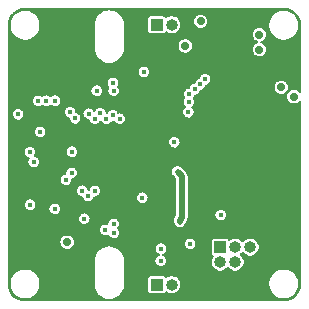
<source format=gbr>
G04 #@! TF.GenerationSoftware,KiCad,Pcbnew,(5.1.5)-3*
G04 #@! TF.CreationDate,2020-07-21T22:53:20-07:00*
G04 #@! TF.ProjectId,MiniCAM,4d696e69-4341-44d2-9e6b-696361645f70,rev?*
G04 #@! TF.SameCoordinates,Original*
G04 #@! TF.FileFunction,Copper,L2,Inr*
G04 #@! TF.FilePolarity,Positive*
%FSLAX46Y46*%
G04 Gerber Fmt 4.6, Leading zero omitted, Abs format (unit mm)*
G04 Created by KiCad (PCBNEW (5.1.5)-3) date 2020-07-21 22:53:20*
%MOMM*%
%LPD*%
G04 APERTURE LIST*
%ADD10O,1.000000X1.000000*%
%ADD11R,1.000000X1.000000*%
%ADD12C,0.450000*%
%ADD13C,0.700000*%
%ADD14C,0.508000*%
%ADD15C,0.203200*%
G04 APERTURE END LIST*
D10*
X117030000Y-27113000D03*
X115760000Y-27113000D03*
D11*
X114490000Y-27113000D03*
X114490000Y-49113000D03*
D10*
X115760000Y-49113000D03*
X122402600Y-47193200D03*
X122402600Y-45923200D03*
X121132600Y-47193200D03*
X121132600Y-45923200D03*
X119862600Y-47193200D03*
D11*
X119862600Y-45923200D03*
D12*
X109194600Y-36817600D03*
X111785400Y-36817600D03*
X111785400Y-38087600D03*
X110490000Y-38087600D03*
X109169200Y-39433800D03*
X110490000Y-39408400D03*
X111785400Y-39408400D03*
X115849400Y-40538400D03*
X116001800Y-43154600D03*
X115036600Y-33401000D03*
X109169200Y-44500800D03*
X112547400Y-45796200D03*
X119938800Y-44119800D03*
X104673400Y-35255200D03*
X103809800Y-36982400D03*
X107924600Y-32105600D03*
X104838500Y-44818300D03*
D13*
X120523000Y-29235400D03*
X120523000Y-27863800D03*
D12*
X112522000Y-31013400D03*
D13*
X125831600Y-28879800D03*
D12*
X118338601Y-41198800D03*
D13*
X124460000Y-43680000D03*
X123190000Y-43680000D03*
X121920000Y-43680000D03*
X116840000Y-30480000D03*
X119380000Y-30480000D03*
X120650000Y-30480000D03*
D12*
X118567200Y-30784800D03*
X102565200Y-39573200D03*
X111252000Y-41452800D03*
D13*
X122428000Y-33261600D03*
D12*
X106070400Y-47206200D03*
X113080800Y-27876800D03*
X113741200Y-47917400D03*
X115544600Y-47993600D03*
X117246400Y-35229800D03*
X115976400Y-35991800D03*
X117503957Y-38684200D03*
X102768400Y-34696400D03*
D13*
X125044200Y-32410400D03*
X126111000Y-33197800D03*
X123190000Y-27940000D03*
X123190000Y-29210000D03*
D12*
X107315000Y-37846000D03*
X116264305Y-39564695D03*
X117221000Y-33655000D03*
X103759000Y-37896800D03*
X109423200Y-32689800D03*
D13*
X118211600Y-26822400D03*
D12*
X116459000Y-43764200D03*
D13*
X106921600Y-45516800D03*
D12*
X114833400Y-47079200D03*
X110134400Y-44475400D03*
X110845600Y-43967400D03*
X119913400Y-43230800D03*
X104622600Y-36169600D03*
X110845600Y-32689800D03*
X110794800Y-32029400D03*
X103784400Y-42341800D03*
D13*
X116916200Y-28905200D03*
D12*
X110871000Y-44729400D03*
X104089200Y-38735000D03*
X113411000Y-31102600D03*
X104470200Y-33541000D03*
X114858800Y-46063202D03*
X116001800Y-37058600D03*
X113292512Y-41740712D03*
X106807000Y-40233600D03*
X107289600Y-39649400D03*
X108381800Y-43510200D03*
X118598188Y-31716447D03*
X118189473Y-32158985D03*
X117718084Y-32534059D03*
X117271800Y-32969200D03*
X117322600Y-45656800D03*
X108203998Y-41148000D03*
X109245400Y-41173400D03*
X108712000Y-41605200D03*
X117187432Y-34514368D03*
X105867200Y-42697400D03*
X105156000Y-33528000D03*
X105892600Y-33528000D03*
X107162600Y-34518600D03*
X107594400Y-35030200D03*
X108737400Y-34620200D03*
X109245400Y-35052000D03*
X109728000Y-34594800D03*
X110242532Y-35062459D03*
X110769400Y-34770402D03*
X111353600Y-35052000D03*
D14*
X116459000Y-43631874D02*
X116459000Y-43764200D01*
X116633201Y-43457673D02*
X116459000Y-43631874D01*
X116264305Y-39564695D02*
X116633201Y-39933591D01*
X116633201Y-39933591D02*
X116633201Y-43457673D01*
D15*
G36*
X125520508Y-25783829D02*
G01*
X125780714Y-25862389D01*
X126020706Y-25989996D01*
X126231341Y-26161784D01*
X126404596Y-26371213D01*
X126533874Y-26610309D01*
X126614249Y-26869959D01*
X126644400Y-27156827D01*
X126644400Y-32817482D01*
X126619616Y-32780390D01*
X126528410Y-32689184D01*
X126421164Y-32617524D01*
X126301998Y-32568164D01*
X126175492Y-32543000D01*
X126046508Y-32543000D01*
X125920002Y-32568164D01*
X125800836Y-32617524D01*
X125693590Y-32689184D01*
X125602384Y-32780390D01*
X125530724Y-32887636D01*
X125481364Y-33006802D01*
X125456200Y-33133308D01*
X125456200Y-33262292D01*
X125481364Y-33388798D01*
X125530724Y-33507964D01*
X125602384Y-33615210D01*
X125693590Y-33706416D01*
X125800836Y-33778076D01*
X125920002Y-33827436D01*
X126046508Y-33852600D01*
X126175492Y-33852600D01*
X126301998Y-33827436D01*
X126421164Y-33778076D01*
X126528410Y-33706416D01*
X126619616Y-33615210D01*
X126644400Y-33578118D01*
X126644400Y-49032608D01*
X126616171Y-49320508D01*
X126537610Y-49580716D01*
X126410005Y-49820705D01*
X126238213Y-50031343D01*
X126028787Y-50204596D01*
X125789691Y-50333874D01*
X125530040Y-50414250D01*
X125243172Y-50444400D01*
X103367392Y-50444400D01*
X103079492Y-50416171D01*
X102819284Y-50337610D01*
X102579295Y-50210005D01*
X102368657Y-50038213D01*
X102195404Y-49828787D01*
X102066126Y-49589691D01*
X101985750Y-49330040D01*
X101955600Y-49043172D01*
X101955600Y-48921488D01*
X102045200Y-48921488D01*
X102045200Y-49178512D01*
X102095343Y-49430596D01*
X102193702Y-49668054D01*
X102336496Y-49881761D01*
X102518239Y-50063504D01*
X102731946Y-50206298D01*
X102969404Y-50304657D01*
X103221488Y-50354800D01*
X103478512Y-50354800D01*
X103730596Y-50304657D01*
X103968054Y-50206298D01*
X104181761Y-50063504D01*
X104363504Y-49881761D01*
X104506298Y-49668054D01*
X104604657Y-49430596D01*
X104654800Y-49178512D01*
X104654800Y-48921488D01*
X104604657Y-48669404D01*
X104506298Y-48431946D01*
X104363504Y-48218239D01*
X104181761Y-48036496D01*
X103968054Y-47893702D01*
X103730596Y-47795343D01*
X103478512Y-47745200D01*
X103221488Y-47745200D01*
X102969404Y-47795343D01*
X102731946Y-47893702D01*
X102518239Y-48036496D01*
X102336496Y-48218239D01*
X102193702Y-48431946D01*
X102095343Y-48669404D01*
X102045200Y-48921488D01*
X101955600Y-48921488D01*
X101955600Y-47035905D01*
X109185200Y-47035905D01*
X109185201Y-49164096D01*
X109204081Y-49355785D01*
X109278691Y-49601741D01*
X109399850Y-49828415D01*
X109562904Y-50027097D01*
X109761586Y-50190151D01*
X109988260Y-50311310D01*
X110234216Y-50385920D01*
X110490000Y-50411113D01*
X110745785Y-50385920D01*
X110991741Y-50311310D01*
X111218415Y-50190151D01*
X111417097Y-50027097D01*
X111580151Y-49828415D01*
X111701310Y-49601741D01*
X111775920Y-49355785D01*
X111794800Y-49164096D01*
X111794800Y-48613000D01*
X113683726Y-48613000D01*
X113683726Y-49613000D01*
X113689611Y-49672751D01*
X113707040Y-49730206D01*
X113735342Y-49783157D01*
X113773432Y-49829568D01*
X113819843Y-49867658D01*
X113872794Y-49895960D01*
X113930249Y-49913389D01*
X113990000Y-49919274D01*
X114990000Y-49919274D01*
X115049751Y-49913389D01*
X115107206Y-49895960D01*
X115160157Y-49867658D01*
X115206568Y-49829568D01*
X115244658Y-49783157D01*
X115263000Y-49748840D01*
X115378784Y-49826204D01*
X115525249Y-49886872D01*
X115680734Y-49917800D01*
X115839266Y-49917800D01*
X115994751Y-49886872D01*
X116141216Y-49826204D01*
X116273030Y-49738129D01*
X116385129Y-49626030D01*
X116473204Y-49494216D01*
X116533872Y-49347751D01*
X116564800Y-49192266D01*
X116564800Y-49033734D01*
X116542473Y-48921488D01*
X123945200Y-48921488D01*
X123945200Y-49178512D01*
X123995343Y-49430596D01*
X124093702Y-49668054D01*
X124236496Y-49881761D01*
X124418239Y-50063504D01*
X124631946Y-50206298D01*
X124869404Y-50304657D01*
X125121488Y-50354800D01*
X125378512Y-50354800D01*
X125630596Y-50304657D01*
X125868054Y-50206298D01*
X126081761Y-50063504D01*
X126263504Y-49881761D01*
X126406298Y-49668054D01*
X126504657Y-49430596D01*
X126554800Y-49178512D01*
X126554800Y-48921488D01*
X126504657Y-48669404D01*
X126406298Y-48431946D01*
X126263504Y-48218239D01*
X126081761Y-48036496D01*
X125868054Y-47893702D01*
X125630596Y-47795343D01*
X125378512Y-47745200D01*
X125121488Y-47745200D01*
X124869404Y-47795343D01*
X124631946Y-47893702D01*
X124418239Y-48036496D01*
X124236496Y-48218239D01*
X124093702Y-48431946D01*
X123995343Y-48669404D01*
X123945200Y-48921488D01*
X116542473Y-48921488D01*
X116533872Y-48878249D01*
X116473204Y-48731784D01*
X116385129Y-48599970D01*
X116273030Y-48487871D01*
X116141216Y-48399796D01*
X115994751Y-48339128D01*
X115839266Y-48308200D01*
X115680734Y-48308200D01*
X115525249Y-48339128D01*
X115378784Y-48399796D01*
X115263000Y-48477160D01*
X115244658Y-48442843D01*
X115206568Y-48396432D01*
X115160157Y-48358342D01*
X115107206Y-48330040D01*
X115049751Y-48312611D01*
X114990000Y-48306726D01*
X113990000Y-48306726D01*
X113930249Y-48312611D01*
X113872794Y-48330040D01*
X113819843Y-48358342D01*
X113773432Y-48396432D01*
X113735342Y-48442843D01*
X113707040Y-48495794D01*
X113689611Y-48553249D01*
X113683726Y-48613000D01*
X111794800Y-48613000D01*
X111794800Y-47035904D01*
X111793925Y-47027019D01*
X114303600Y-47027019D01*
X114303600Y-47131381D01*
X114323960Y-47233737D01*
X114363898Y-47330154D01*
X114421878Y-47416928D01*
X114495672Y-47490722D01*
X114582446Y-47548702D01*
X114678863Y-47588640D01*
X114781219Y-47609000D01*
X114885581Y-47609000D01*
X114987937Y-47588640D01*
X115084354Y-47548702D01*
X115171128Y-47490722D01*
X115244922Y-47416928D01*
X115302902Y-47330154D01*
X115342840Y-47233737D01*
X115363200Y-47131381D01*
X115363200Y-47027019D01*
X115342840Y-46924663D01*
X115302902Y-46828246D01*
X115244922Y-46741472D01*
X115171128Y-46667678D01*
X115084354Y-46609698D01*
X115000878Y-46575120D01*
X115013337Y-46572642D01*
X115109754Y-46532704D01*
X115196528Y-46474724D01*
X115270322Y-46400930D01*
X115328302Y-46314156D01*
X115368240Y-46217739D01*
X115388600Y-46115383D01*
X115388600Y-46011021D01*
X115368240Y-45908665D01*
X115328302Y-45812248D01*
X115270322Y-45725474D01*
X115196528Y-45651680D01*
X115126096Y-45604619D01*
X116792800Y-45604619D01*
X116792800Y-45708981D01*
X116813160Y-45811337D01*
X116853098Y-45907754D01*
X116911078Y-45994528D01*
X116984872Y-46068322D01*
X117071646Y-46126302D01*
X117168063Y-46166240D01*
X117270419Y-46186600D01*
X117374781Y-46186600D01*
X117477137Y-46166240D01*
X117573554Y-46126302D01*
X117660328Y-46068322D01*
X117734122Y-45994528D01*
X117792102Y-45907754D01*
X117832040Y-45811337D01*
X117852400Y-45708981D01*
X117852400Y-45604619D01*
X117832040Y-45502263D01*
X117799291Y-45423200D01*
X119056326Y-45423200D01*
X119056326Y-46423200D01*
X119062211Y-46482951D01*
X119079640Y-46540406D01*
X119107942Y-46593357D01*
X119146032Y-46639768D01*
X119192443Y-46677858D01*
X119226760Y-46696200D01*
X119149396Y-46811984D01*
X119088728Y-46958449D01*
X119057800Y-47113934D01*
X119057800Y-47272466D01*
X119088728Y-47427951D01*
X119149396Y-47574416D01*
X119237471Y-47706230D01*
X119349570Y-47818329D01*
X119481384Y-47906404D01*
X119627849Y-47967072D01*
X119783334Y-47998000D01*
X119941866Y-47998000D01*
X120097351Y-47967072D01*
X120243816Y-47906404D01*
X120375630Y-47818329D01*
X120487729Y-47706230D01*
X120497600Y-47691457D01*
X120507471Y-47706230D01*
X120619570Y-47818329D01*
X120751384Y-47906404D01*
X120897849Y-47967072D01*
X121053334Y-47998000D01*
X121211866Y-47998000D01*
X121367351Y-47967072D01*
X121513816Y-47906404D01*
X121645630Y-47818329D01*
X121757729Y-47706230D01*
X121845804Y-47574416D01*
X121906472Y-47427951D01*
X121937400Y-47272466D01*
X121937400Y-47113934D01*
X121906472Y-46958449D01*
X121845804Y-46811984D01*
X121757729Y-46680170D01*
X121645630Y-46568071D01*
X121630857Y-46558200D01*
X121645630Y-46548329D01*
X121757729Y-46436230D01*
X121767600Y-46421457D01*
X121777471Y-46436230D01*
X121889570Y-46548329D01*
X122021384Y-46636404D01*
X122167849Y-46697072D01*
X122323334Y-46728000D01*
X122481866Y-46728000D01*
X122637351Y-46697072D01*
X122783816Y-46636404D01*
X122915630Y-46548329D01*
X123027729Y-46436230D01*
X123115804Y-46304416D01*
X123176472Y-46157951D01*
X123207400Y-46002466D01*
X123207400Y-45843934D01*
X123176472Y-45688449D01*
X123115804Y-45541984D01*
X123027729Y-45410170D01*
X122915630Y-45298071D01*
X122783816Y-45209996D01*
X122637351Y-45149328D01*
X122481866Y-45118400D01*
X122323334Y-45118400D01*
X122167849Y-45149328D01*
X122021384Y-45209996D01*
X121889570Y-45298071D01*
X121777471Y-45410170D01*
X121767600Y-45424943D01*
X121757729Y-45410170D01*
X121645630Y-45298071D01*
X121513816Y-45209996D01*
X121367351Y-45149328D01*
X121211866Y-45118400D01*
X121053334Y-45118400D01*
X120897849Y-45149328D01*
X120751384Y-45209996D01*
X120635600Y-45287360D01*
X120617258Y-45253043D01*
X120579168Y-45206632D01*
X120532757Y-45168542D01*
X120479806Y-45140240D01*
X120422351Y-45122811D01*
X120362600Y-45116926D01*
X119362600Y-45116926D01*
X119302849Y-45122811D01*
X119245394Y-45140240D01*
X119192443Y-45168542D01*
X119146032Y-45206632D01*
X119107942Y-45253043D01*
X119079640Y-45305994D01*
X119062211Y-45363449D01*
X119056326Y-45423200D01*
X117799291Y-45423200D01*
X117792102Y-45405846D01*
X117734122Y-45319072D01*
X117660328Y-45245278D01*
X117573554Y-45187298D01*
X117477137Y-45147360D01*
X117374781Y-45127000D01*
X117270419Y-45127000D01*
X117168063Y-45147360D01*
X117071646Y-45187298D01*
X116984872Y-45245278D01*
X116911078Y-45319072D01*
X116853098Y-45405846D01*
X116813160Y-45502263D01*
X116792800Y-45604619D01*
X115126096Y-45604619D01*
X115109754Y-45593700D01*
X115013337Y-45553762D01*
X114910981Y-45533402D01*
X114806619Y-45533402D01*
X114704263Y-45553762D01*
X114607846Y-45593700D01*
X114521072Y-45651680D01*
X114447278Y-45725474D01*
X114389298Y-45812248D01*
X114349360Y-45908665D01*
X114329000Y-46011021D01*
X114329000Y-46115383D01*
X114349360Y-46217739D01*
X114389298Y-46314156D01*
X114447278Y-46400930D01*
X114521072Y-46474724D01*
X114607846Y-46532704D01*
X114691322Y-46567282D01*
X114678863Y-46569760D01*
X114582446Y-46609698D01*
X114495672Y-46667678D01*
X114421878Y-46741472D01*
X114363898Y-46828246D01*
X114323960Y-46924663D01*
X114303600Y-47027019D01*
X111793925Y-47027019D01*
X111775920Y-46844215D01*
X111701310Y-46598259D01*
X111580151Y-46371585D01*
X111417097Y-46172903D01*
X111218414Y-46009849D01*
X110991740Y-45888690D01*
X110745784Y-45814080D01*
X110490000Y-45788887D01*
X110234215Y-45814080D01*
X109988259Y-45888690D01*
X109761585Y-46009849D01*
X109562903Y-46172903D01*
X109399849Y-46371586D01*
X109278690Y-46598260D01*
X109204080Y-46844216D01*
X109185200Y-47035905D01*
X101955600Y-47035905D01*
X101955600Y-45452308D01*
X106266800Y-45452308D01*
X106266800Y-45581292D01*
X106291964Y-45707798D01*
X106341324Y-45826964D01*
X106412984Y-45934210D01*
X106504190Y-46025416D01*
X106611436Y-46097076D01*
X106730602Y-46146436D01*
X106857108Y-46171600D01*
X106986092Y-46171600D01*
X107112598Y-46146436D01*
X107231764Y-46097076D01*
X107339010Y-46025416D01*
X107430216Y-45934210D01*
X107501876Y-45826964D01*
X107551236Y-45707798D01*
X107576400Y-45581292D01*
X107576400Y-45452308D01*
X107551236Y-45325802D01*
X107501876Y-45206636D01*
X107430216Y-45099390D01*
X107339010Y-45008184D01*
X107231764Y-44936524D01*
X107112598Y-44887164D01*
X106986092Y-44862000D01*
X106857108Y-44862000D01*
X106730602Y-44887164D01*
X106611436Y-44936524D01*
X106504190Y-45008184D01*
X106412984Y-45099390D01*
X106341324Y-45206636D01*
X106291964Y-45325802D01*
X106266800Y-45452308D01*
X101955600Y-45452308D01*
X101955600Y-44423219D01*
X109604600Y-44423219D01*
X109604600Y-44527581D01*
X109624960Y-44629937D01*
X109664898Y-44726354D01*
X109722878Y-44813128D01*
X109796672Y-44886922D01*
X109883446Y-44944902D01*
X109979863Y-44984840D01*
X110082219Y-45005200D01*
X110186581Y-45005200D01*
X110288937Y-44984840D01*
X110385354Y-44944902D01*
X110386497Y-44944138D01*
X110401498Y-44980354D01*
X110459478Y-45067128D01*
X110533272Y-45140922D01*
X110620046Y-45198902D01*
X110716463Y-45238840D01*
X110818819Y-45259200D01*
X110923181Y-45259200D01*
X111025537Y-45238840D01*
X111121954Y-45198902D01*
X111208728Y-45140922D01*
X111282522Y-45067128D01*
X111340502Y-44980354D01*
X111380440Y-44883937D01*
X111400800Y-44781581D01*
X111400800Y-44677219D01*
X111380440Y-44574863D01*
X111340502Y-44478446D01*
X111282522Y-44391672D01*
X111226550Y-44335700D01*
X111257122Y-44305128D01*
X111315102Y-44218354D01*
X111355040Y-44121937D01*
X111375400Y-44019581D01*
X111375400Y-43915219D01*
X111355040Y-43812863D01*
X111315102Y-43716446D01*
X111257122Y-43629672D01*
X111183328Y-43555878D01*
X111096554Y-43497898D01*
X111000137Y-43457960D01*
X110897781Y-43437600D01*
X110793419Y-43437600D01*
X110691063Y-43457960D01*
X110594646Y-43497898D01*
X110507872Y-43555878D01*
X110434078Y-43629672D01*
X110376098Y-43716446D01*
X110336160Y-43812863D01*
X110315800Y-43915219D01*
X110315800Y-43977087D01*
X110288937Y-43965960D01*
X110186581Y-43945600D01*
X110082219Y-43945600D01*
X109979863Y-43965960D01*
X109883446Y-44005898D01*
X109796672Y-44063878D01*
X109722878Y-44137672D01*
X109664898Y-44224446D01*
X109624960Y-44320863D01*
X109604600Y-44423219D01*
X101955600Y-44423219D01*
X101955600Y-43458019D01*
X107852000Y-43458019D01*
X107852000Y-43562381D01*
X107872360Y-43664737D01*
X107912298Y-43761154D01*
X107970278Y-43847928D01*
X108044072Y-43921722D01*
X108130846Y-43979702D01*
X108227263Y-44019640D01*
X108329619Y-44040000D01*
X108433981Y-44040000D01*
X108536337Y-44019640D01*
X108632754Y-43979702D01*
X108719528Y-43921722D01*
X108793322Y-43847928D01*
X108851302Y-43761154D01*
X108891240Y-43664737D01*
X108911600Y-43562381D01*
X108911600Y-43458019D01*
X108891240Y-43355663D01*
X108851302Y-43259246D01*
X108793322Y-43172472D01*
X108719528Y-43098678D01*
X108632754Y-43040698D01*
X108536337Y-43000760D01*
X108433981Y-42980400D01*
X108329619Y-42980400D01*
X108227263Y-43000760D01*
X108130846Y-43040698D01*
X108044072Y-43098678D01*
X107970278Y-43172472D01*
X107912298Y-43259246D01*
X107872360Y-43355663D01*
X107852000Y-43458019D01*
X101955600Y-43458019D01*
X101955600Y-42289619D01*
X103254600Y-42289619D01*
X103254600Y-42393981D01*
X103274960Y-42496337D01*
X103314898Y-42592754D01*
X103372878Y-42679528D01*
X103446672Y-42753322D01*
X103533446Y-42811302D01*
X103629863Y-42851240D01*
X103732219Y-42871600D01*
X103836581Y-42871600D01*
X103938937Y-42851240D01*
X104035354Y-42811302D01*
X104122128Y-42753322D01*
X104195922Y-42679528D01*
X104218846Y-42645219D01*
X105337400Y-42645219D01*
X105337400Y-42749581D01*
X105357760Y-42851937D01*
X105397698Y-42948354D01*
X105455678Y-43035128D01*
X105529472Y-43108922D01*
X105616246Y-43166902D01*
X105712663Y-43206840D01*
X105815019Y-43227200D01*
X105919381Y-43227200D01*
X106021737Y-43206840D01*
X106118154Y-43166902D01*
X106204928Y-43108922D01*
X106278722Y-43035128D01*
X106336702Y-42948354D01*
X106376640Y-42851937D01*
X106397000Y-42749581D01*
X106397000Y-42645219D01*
X106376640Y-42542863D01*
X106336702Y-42446446D01*
X106278722Y-42359672D01*
X106204928Y-42285878D01*
X106118154Y-42227898D01*
X106021737Y-42187960D01*
X105919381Y-42167600D01*
X105815019Y-42167600D01*
X105712663Y-42187960D01*
X105616246Y-42227898D01*
X105529472Y-42285878D01*
X105455678Y-42359672D01*
X105397698Y-42446446D01*
X105357760Y-42542863D01*
X105337400Y-42645219D01*
X104218846Y-42645219D01*
X104253902Y-42592754D01*
X104293840Y-42496337D01*
X104314200Y-42393981D01*
X104314200Y-42289619D01*
X104293840Y-42187263D01*
X104253902Y-42090846D01*
X104195922Y-42004072D01*
X104122128Y-41930278D01*
X104035354Y-41872298D01*
X103938937Y-41832360D01*
X103836581Y-41812000D01*
X103732219Y-41812000D01*
X103629863Y-41832360D01*
X103533446Y-41872298D01*
X103446672Y-41930278D01*
X103372878Y-42004072D01*
X103314898Y-42090846D01*
X103274960Y-42187263D01*
X103254600Y-42289619D01*
X101955600Y-42289619D01*
X101955600Y-41095819D01*
X107674198Y-41095819D01*
X107674198Y-41200181D01*
X107694558Y-41302537D01*
X107734496Y-41398954D01*
X107792476Y-41485728D01*
X107866270Y-41559522D01*
X107953044Y-41617502D01*
X108049461Y-41657440D01*
X108151817Y-41677800D01*
X108186262Y-41677800D01*
X108202560Y-41759737D01*
X108242498Y-41856154D01*
X108300478Y-41942928D01*
X108374272Y-42016722D01*
X108461046Y-42074702D01*
X108557463Y-42114640D01*
X108659819Y-42135000D01*
X108764181Y-42135000D01*
X108866537Y-42114640D01*
X108962954Y-42074702D01*
X109049728Y-42016722D01*
X109123522Y-41942928D01*
X109181502Y-41856154D01*
X109221440Y-41759737D01*
X109232686Y-41703200D01*
X109297581Y-41703200D01*
X109371326Y-41688531D01*
X112762712Y-41688531D01*
X112762712Y-41792893D01*
X112783072Y-41895249D01*
X112823010Y-41991666D01*
X112880990Y-42078440D01*
X112954784Y-42152234D01*
X113041558Y-42210214D01*
X113137975Y-42250152D01*
X113240331Y-42270512D01*
X113344693Y-42270512D01*
X113447049Y-42250152D01*
X113543466Y-42210214D01*
X113630240Y-42152234D01*
X113704034Y-42078440D01*
X113762014Y-41991666D01*
X113801952Y-41895249D01*
X113822312Y-41792893D01*
X113822312Y-41688531D01*
X113801952Y-41586175D01*
X113762014Y-41489758D01*
X113704034Y-41402984D01*
X113630240Y-41329190D01*
X113543466Y-41271210D01*
X113447049Y-41231272D01*
X113344693Y-41210912D01*
X113240331Y-41210912D01*
X113137975Y-41231272D01*
X113041558Y-41271210D01*
X112954784Y-41329190D01*
X112880990Y-41402984D01*
X112823010Y-41489758D01*
X112783072Y-41586175D01*
X112762712Y-41688531D01*
X109371326Y-41688531D01*
X109399937Y-41682840D01*
X109496354Y-41642902D01*
X109583128Y-41584922D01*
X109656922Y-41511128D01*
X109714902Y-41424354D01*
X109754840Y-41327937D01*
X109775200Y-41225581D01*
X109775200Y-41121219D01*
X109754840Y-41018863D01*
X109714902Y-40922446D01*
X109656922Y-40835672D01*
X109583128Y-40761878D01*
X109496354Y-40703898D01*
X109399937Y-40663960D01*
X109297581Y-40643600D01*
X109193219Y-40643600D01*
X109090863Y-40663960D01*
X108994446Y-40703898D01*
X108907672Y-40761878D01*
X108833878Y-40835672D01*
X108775898Y-40922446D01*
X108735960Y-41018863D01*
X108727225Y-41062776D01*
X108713438Y-40993463D01*
X108673500Y-40897046D01*
X108615520Y-40810272D01*
X108541726Y-40736478D01*
X108454952Y-40678498D01*
X108358535Y-40638560D01*
X108256179Y-40618200D01*
X108151817Y-40618200D01*
X108049461Y-40638560D01*
X107953044Y-40678498D01*
X107866270Y-40736478D01*
X107792476Y-40810272D01*
X107734496Y-40897046D01*
X107694558Y-40993463D01*
X107674198Y-41095819D01*
X101955600Y-41095819D01*
X101955600Y-40181419D01*
X106277200Y-40181419D01*
X106277200Y-40285781D01*
X106297560Y-40388137D01*
X106337498Y-40484554D01*
X106395478Y-40571328D01*
X106469272Y-40645122D01*
X106556046Y-40703102D01*
X106652463Y-40743040D01*
X106754819Y-40763400D01*
X106859181Y-40763400D01*
X106961537Y-40743040D01*
X107057954Y-40703102D01*
X107144728Y-40645122D01*
X107218522Y-40571328D01*
X107276502Y-40484554D01*
X107316440Y-40388137D01*
X107336800Y-40285781D01*
X107336800Y-40181419D01*
X107336359Y-40179200D01*
X107341781Y-40179200D01*
X107444137Y-40158840D01*
X107540554Y-40118902D01*
X107627328Y-40060922D01*
X107701122Y-39987128D01*
X107759102Y-39900354D01*
X107799040Y-39803937D01*
X107819400Y-39701581D01*
X107819400Y-39597219D01*
X107812931Y-39564695D01*
X115702802Y-39564695D01*
X115713592Y-39674239D01*
X115745544Y-39779572D01*
X115797433Y-39876649D01*
X115849768Y-39940420D01*
X116074401Y-40165053D01*
X116074402Y-43224618D01*
X116061957Y-43234831D01*
X115992127Y-43319920D01*
X115940239Y-43416997D01*
X115908286Y-43522331D01*
X115900200Y-43604430D01*
X115897497Y-43631874D01*
X115900200Y-43659316D01*
X115900200Y-43791644D01*
X115908286Y-43873744D01*
X115940239Y-43979078D01*
X115992127Y-44076154D01*
X116061958Y-44161243D01*
X116147047Y-44231073D01*
X116244123Y-44282961D01*
X116349457Y-44314914D01*
X116459000Y-44325703D01*
X116568544Y-44314914D01*
X116673878Y-44282961D01*
X116770954Y-44231073D01*
X116856043Y-44161243D01*
X116925873Y-44076154D01*
X116977761Y-43979077D01*
X117009714Y-43873743D01*
X117009947Y-43871373D01*
X117030244Y-43854716D01*
X117100074Y-43769627D01*
X117151962Y-43672551D01*
X117183915Y-43567217D01*
X117192001Y-43485117D01*
X117192001Y-43485116D01*
X117194704Y-43457674D01*
X117192001Y-43430232D01*
X117192001Y-43178619D01*
X119383600Y-43178619D01*
X119383600Y-43282981D01*
X119403960Y-43385337D01*
X119443898Y-43481754D01*
X119501878Y-43568528D01*
X119575672Y-43642322D01*
X119662446Y-43700302D01*
X119758863Y-43740240D01*
X119861219Y-43760600D01*
X119965581Y-43760600D01*
X120067937Y-43740240D01*
X120164354Y-43700302D01*
X120251128Y-43642322D01*
X120324922Y-43568528D01*
X120382902Y-43481754D01*
X120422840Y-43385337D01*
X120443200Y-43282981D01*
X120443200Y-43178619D01*
X120422840Y-43076263D01*
X120382902Y-42979846D01*
X120324922Y-42893072D01*
X120251128Y-42819278D01*
X120164354Y-42761298D01*
X120067937Y-42721360D01*
X119965581Y-42701000D01*
X119861219Y-42701000D01*
X119758863Y-42721360D01*
X119662446Y-42761298D01*
X119575672Y-42819278D01*
X119501878Y-42893072D01*
X119443898Y-42979846D01*
X119403960Y-43076263D01*
X119383600Y-43178619D01*
X117192001Y-43178619D01*
X117192001Y-39961035D01*
X117194704Y-39933591D01*
X117183915Y-39824046D01*
X117151962Y-39718713D01*
X117100074Y-39621636D01*
X117053343Y-39564695D01*
X117030244Y-39536548D01*
X117008920Y-39519048D01*
X116640030Y-39150158D01*
X116576259Y-39097823D01*
X116479182Y-39045934D01*
X116373849Y-39013982D01*
X116264305Y-39003192D01*
X116154761Y-39013982D01*
X116049428Y-39045934D01*
X115952351Y-39097823D01*
X115867263Y-39167653D01*
X115797433Y-39252741D01*
X115745544Y-39349818D01*
X115713592Y-39455151D01*
X115702802Y-39564695D01*
X107812931Y-39564695D01*
X107799040Y-39494863D01*
X107759102Y-39398446D01*
X107701122Y-39311672D01*
X107627328Y-39237878D01*
X107540554Y-39179898D01*
X107444137Y-39139960D01*
X107341781Y-39119600D01*
X107237419Y-39119600D01*
X107135063Y-39139960D01*
X107038646Y-39179898D01*
X106951872Y-39237878D01*
X106878078Y-39311672D01*
X106820098Y-39398446D01*
X106780160Y-39494863D01*
X106759800Y-39597219D01*
X106759800Y-39701581D01*
X106760241Y-39703800D01*
X106754819Y-39703800D01*
X106652463Y-39724160D01*
X106556046Y-39764098D01*
X106469272Y-39822078D01*
X106395478Y-39895872D01*
X106337498Y-39982646D01*
X106297560Y-40079063D01*
X106277200Y-40181419D01*
X101955600Y-40181419D01*
X101955600Y-37844619D01*
X103229200Y-37844619D01*
X103229200Y-37948981D01*
X103249560Y-38051337D01*
X103289498Y-38147754D01*
X103347478Y-38234528D01*
X103421272Y-38308322D01*
X103508046Y-38366302D01*
X103604463Y-38406240D01*
X103663799Y-38418043D01*
X103619698Y-38484046D01*
X103579760Y-38580463D01*
X103559400Y-38682819D01*
X103559400Y-38787181D01*
X103579760Y-38889537D01*
X103619698Y-38985954D01*
X103677678Y-39072728D01*
X103751472Y-39146522D01*
X103838246Y-39204502D01*
X103934663Y-39244440D01*
X104037019Y-39264800D01*
X104141381Y-39264800D01*
X104243737Y-39244440D01*
X104340154Y-39204502D01*
X104426928Y-39146522D01*
X104500722Y-39072728D01*
X104558702Y-38985954D01*
X104598640Y-38889537D01*
X104619000Y-38787181D01*
X104619000Y-38682819D01*
X104598640Y-38580463D01*
X104558702Y-38484046D01*
X104500722Y-38397272D01*
X104426928Y-38323478D01*
X104340154Y-38265498D01*
X104243737Y-38225560D01*
X104184401Y-38213757D01*
X104228502Y-38147754D01*
X104268440Y-38051337D01*
X104288800Y-37948981D01*
X104288800Y-37844619D01*
X104278696Y-37793819D01*
X106785200Y-37793819D01*
X106785200Y-37898181D01*
X106805560Y-38000537D01*
X106845498Y-38096954D01*
X106903478Y-38183728D01*
X106977272Y-38257522D01*
X107064046Y-38315502D01*
X107160463Y-38355440D01*
X107262819Y-38375800D01*
X107367181Y-38375800D01*
X107469537Y-38355440D01*
X107565954Y-38315502D01*
X107652728Y-38257522D01*
X107726522Y-38183728D01*
X107784502Y-38096954D01*
X107824440Y-38000537D01*
X107844800Y-37898181D01*
X107844800Y-37793819D01*
X107824440Y-37691463D01*
X107784502Y-37595046D01*
X107726522Y-37508272D01*
X107652728Y-37434478D01*
X107565954Y-37376498D01*
X107469537Y-37336560D01*
X107367181Y-37316200D01*
X107262819Y-37316200D01*
X107160463Y-37336560D01*
X107064046Y-37376498D01*
X106977272Y-37434478D01*
X106903478Y-37508272D01*
X106845498Y-37595046D01*
X106805560Y-37691463D01*
X106785200Y-37793819D01*
X104278696Y-37793819D01*
X104268440Y-37742263D01*
X104228502Y-37645846D01*
X104170522Y-37559072D01*
X104096728Y-37485278D01*
X104009954Y-37427298D01*
X103913537Y-37387360D01*
X103811181Y-37367000D01*
X103706819Y-37367000D01*
X103604463Y-37387360D01*
X103508046Y-37427298D01*
X103421272Y-37485278D01*
X103347478Y-37559072D01*
X103289498Y-37645846D01*
X103249560Y-37742263D01*
X103229200Y-37844619D01*
X101955600Y-37844619D01*
X101955600Y-37006419D01*
X115472000Y-37006419D01*
X115472000Y-37110781D01*
X115492360Y-37213137D01*
X115532298Y-37309554D01*
X115590278Y-37396328D01*
X115664072Y-37470122D01*
X115750846Y-37528102D01*
X115847263Y-37568040D01*
X115949619Y-37588400D01*
X116053981Y-37588400D01*
X116156337Y-37568040D01*
X116252754Y-37528102D01*
X116339528Y-37470122D01*
X116413322Y-37396328D01*
X116471302Y-37309554D01*
X116511240Y-37213137D01*
X116531600Y-37110781D01*
X116531600Y-37006419D01*
X116511240Y-36904063D01*
X116471302Y-36807646D01*
X116413322Y-36720872D01*
X116339528Y-36647078D01*
X116252754Y-36589098D01*
X116156337Y-36549160D01*
X116053981Y-36528800D01*
X115949619Y-36528800D01*
X115847263Y-36549160D01*
X115750846Y-36589098D01*
X115664072Y-36647078D01*
X115590278Y-36720872D01*
X115532298Y-36807646D01*
X115492360Y-36904063D01*
X115472000Y-37006419D01*
X101955600Y-37006419D01*
X101955600Y-36117419D01*
X104092800Y-36117419D01*
X104092800Y-36221781D01*
X104113160Y-36324137D01*
X104153098Y-36420554D01*
X104211078Y-36507328D01*
X104284872Y-36581122D01*
X104371646Y-36639102D01*
X104468063Y-36679040D01*
X104570419Y-36699400D01*
X104674781Y-36699400D01*
X104777137Y-36679040D01*
X104873554Y-36639102D01*
X104960328Y-36581122D01*
X105034122Y-36507328D01*
X105092102Y-36420554D01*
X105132040Y-36324137D01*
X105152400Y-36221781D01*
X105152400Y-36117419D01*
X105132040Y-36015063D01*
X105092102Y-35918646D01*
X105034122Y-35831872D01*
X104960328Y-35758078D01*
X104873554Y-35700098D01*
X104777137Y-35660160D01*
X104674781Y-35639800D01*
X104570419Y-35639800D01*
X104468063Y-35660160D01*
X104371646Y-35700098D01*
X104284872Y-35758078D01*
X104211078Y-35831872D01*
X104153098Y-35918646D01*
X104113160Y-36015063D01*
X104092800Y-36117419D01*
X101955600Y-36117419D01*
X101955600Y-34644219D01*
X102238600Y-34644219D01*
X102238600Y-34748581D01*
X102258960Y-34850937D01*
X102298898Y-34947354D01*
X102356878Y-35034128D01*
X102430672Y-35107922D01*
X102517446Y-35165902D01*
X102613863Y-35205840D01*
X102716219Y-35226200D01*
X102820581Y-35226200D01*
X102922937Y-35205840D01*
X103019354Y-35165902D01*
X103106128Y-35107922D01*
X103179922Y-35034128D01*
X103237902Y-34947354D01*
X103277840Y-34850937D01*
X103298200Y-34748581D01*
X103298200Y-34644219D01*
X103277840Y-34541863D01*
X103246590Y-34466419D01*
X106632800Y-34466419D01*
X106632800Y-34570781D01*
X106653160Y-34673137D01*
X106693098Y-34769554D01*
X106751078Y-34856328D01*
X106824872Y-34930122D01*
X106911646Y-34988102D01*
X107008063Y-35028040D01*
X107064600Y-35039286D01*
X107064600Y-35082381D01*
X107084960Y-35184737D01*
X107124898Y-35281154D01*
X107182878Y-35367928D01*
X107256672Y-35441722D01*
X107343446Y-35499702D01*
X107439863Y-35539640D01*
X107542219Y-35560000D01*
X107646581Y-35560000D01*
X107748937Y-35539640D01*
X107845354Y-35499702D01*
X107932128Y-35441722D01*
X108005922Y-35367928D01*
X108063902Y-35281154D01*
X108103840Y-35184737D01*
X108124200Y-35082381D01*
X108124200Y-34978019D01*
X108103840Y-34875663D01*
X108063902Y-34779246D01*
X108005922Y-34692472D01*
X107932128Y-34618678D01*
X107856311Y-34568019D01*
X108207600Y-34568019D01*
X108207600Y-34672381D01*
X108227960Y-34774737D01*
X108267898Y-34871154D01*
X108325878Y-34957928D01*
X108399672Y-35031722D01*
X108486446Y-35089702D01*
X108582863Y-35129640D01*
X108685219Y-35150000D01*
X108724714Y-35150000D01*
X108735960Y-35206537D01*
X108775898Y-35302954D01*
X108833878Y-35389728D01*
X108907672Y-35463522D01*
X108994446Y-35521502D01*
X109090863Y-35561440D01*
X109193219Y-35581800D01*
X109297581Y-35581800D01*
X109399937Y-35561440D01*
X109496354Y-35521502D01*
X109583128Y-35463522D01*
X109656922Y-35389728D01*
X109714902Y-35302954D01*
X109741800Y-35238018D01*
X109773030Y-35313413D01*
X109831010Y-35400187D01*
X109904804Y-35473981D01*
X109991578Y-35531961D01*
X110087995Y-35571899D01*
X110190351Y-35592259D01*
X110294713Y-35592259D01*
X110397069Y-35571899D01*
X110493486Y-35531961D01*
X110580260Y-35473981D01*
X110654054Y-35400187D01*
X110712034Y-35313413D01*
X110717506Y-35300202D01*
X110821581Y-35300202D01*
X110878286Y-35288923D01*
X110884098Y-35302954D01*
X110942078Y-35389728D01*
X111015872Y-35463522D01*
X111102646Y-35521502D01*
X111199063Y-35561440D01*
X111301419Y-35581800D01*
X111405781Y-35581800D01*
X111508137Y-35561440D01*
X111604554Y-35521502D01*
X111691328Y-35463522D01*
X111765122Y-35389728D01*
X111823102Y-35302954D01*
X111863040Y-35206537D01*
X111883400Y-35104181D01*
X111883400Y-34999819D01*
X111863040Y-34897463D01*
X111823102Y-34801046D01*
X111765122Y-34714272D01*
X111691328Y-34640478D01*
X111604554Y-34582498D01*
X111508137Y-34542560D01*
X111405781Y-34522200D01*
X111301419Y-34522200D01*
X111244714Y-34533479D01*
X111238902Y-34519448D01*
X111200642Y-34462187D01*
X116657632Y-34462187D01*
X116657632Y-34566549D01*
X116677992Y-34668905D01*
X116717930Y-34765322D01*
X116775910Y-34852096D01*
X116849704Y-34925890D01*
X116936478Y-34983870D01*
X117032895Y-35023808D01*
X117135251Y-35044168D01*
X117239613Y-35044168D01*
X117341969Y-35023808D01*
X117438386Y-34983870D01*
X117525160Y-34925890D01*
X117598954Y-34852096D01*
X117656934Y-34765322D01*
X117696872Y-34668905D01*
X117717232Y-34566549D01*
X117717232Y-34462187D01*
X117696872Y-34359831D01*
X117656934Y-34263414D01*
X117598954Y-34176640D01*
X117525160Y-34102846D01*
X117514762Y-34095899D01*
X117558728Y-34066522D01*
X117632522Y-33992728D01*
X117690502Y-33905954D01*
X117730440Y-33809537D01*
X117750800Y-33707181D01*
X117750800Y-33602819D01*
X117730440Y-33500463D01*
X117690502Y-33404046D01*
X117648726Y-33341524D01*
X117683322Y-33306928D01*
X117741302Y-33220154D01*
X117781240Y-33123737D01*
X117794093Y-33059119D01*
X117872621Y-33043499D01*
X117969038Y-33003561D01*
X118055812Y-32945581D01*
X118129606Y-32871787D01*
X118187586Y-32785013D01*
X118227446Y-32688785D01*
X118241654Y-32688785D01*
X118344010Y-32668425D01*
X118440427Y-32628487D01*
X118527201Y-32570507D01*
X118600995Y-32496713D01*
X118658975Y-32409939D01*
X118685498Y-32345908D01*
X124389400Y-32345908D01*
X124389400Y-32474892D01*
X124414564Y-32601398D01*
X124463924Y-32720564D01*
X124535584Y-32827810D01*
X124626790Y-32919016D01*
X124734036Y-32990676D01*
X124853202Y-33040036D01*
X124979708Y-33065200D01*
X125108692Y-33065200D01*
X125235198Y-33040036D01*
X125354364Y-32990676D01*
X125461610Y-32919016D01*
X125552816Y-32827810D01*
X125624476Y-32720564D01*
X125673836Y-32601398D01*
X125699000Y-32474892D01*
X125699000Y-32345908D01*
X125673836Y-32219402D01*
X125624476Y-32100236D01*
X125552816Y-31992990D01*
X125461610Y-31901784D01*
X125354364Y-31830124D01*
X125235198Y-31780764D01*
X125108692Y-31755600D01*
X124979708Y-31755600D01*
X124853202Y-31780764D01*
X124734036Y-31830124D01*
X124626790Y-31901784D01*
X124535584Y-31992990D01*
X124463924Y-32100236D01*
X124414564Y-32219402D01*
X124389400Y-32345908D01*
X118685498Y-32345908D01*
X118698913Y-32313522D01*
X118714846Y-32233422D01*
X118752725Y-32225887D01*
X118849142Y-32185949D01*
X118935916Y-32127969D01*
X119009710Y-32054175D01*
X119067690Y-31967401D01*
X119107628Y-31870984D01*
X119127988Y-31768628D01*
X119127988Y-31664266D01*
X119107628Y-31561910D01*
X119067690Y-31465493D01*
X119009710Y-31378719D01*
X118935916Y-31304925D01*
X118849142Y-31246945D01*
X118752725Y-31207007D01*
X118650369Y-31186647D01*
X118546007Y-31186647D01*
X118443651Y-31207007D01*
X118347234Y-31246945D01*
X118260460Y-31304925D01*
X118186666Y-31378719D01*
X118128686Y-31465493D01*
X118088748Y-31561910D01*
X118072815Y-31642010D01*
X118034936Y-31649545D01*
X117938519Y-31689483D01*
X117851745Y-31747463D01*
X117777951Y-31821257D01*
X117719971Y-31908031D01*
X117680111Y-32004259D01*
X117665903Y-32004259D01*
X117563547Y-32024619D01*
X117467130Y-32064557D01*
X117380356Y-32122537D01*
X117306562Y-32196331D01*
X117248582Y-32283105D01*
X117208644Y-32379522D01*
X117195791Y-32444140D01*
X117117263Y-32459760D01*
X117020846Y-32499698D01*
X116934072Y-32557678D01*
X116860278Y-32631472D01*
X116802298Y-32718246D01*
X116762360Y-32814663D01*
X116742000Y-32917019D01*
X116742000Y-33021381D01*
X116762360Y-33123737D01*
X116802298Y-33220154D01*
X116844074Y-33282676D01*
X116809478Y-33317272D01*
X116751498Y-33404046D01*
X116711560Y-33500463D01*
X116691200Y-33602819D01*
X116691200Y-33707181D01*
X116711560Y-33809537D01*
X116751498Y-33905954D01*
X116809478Y-33992728D01*
X116883272Y-34066522D01*
X116893670Y-34073469D01*
X116849704Y-34102846D01*
X116775910Y-34176640D01*
X116717930Y-34263414D01*
X116677992Y-34359831D01*
X116657632Y-34462187D01*
X111200642Y-34462187D01*
X111180922Y-34432674D01*
X111107128Y-34358880D01*
X111020354Y-34300900D01*
X110923937Y-34260962D01*
X110821581Y-34240602D01*
X110717219Y-34240602D01*
X110614863Y-34260962D01*
X110518446Y-34300900D01*
X110431672Y-34358880D01*
X110357878Y-34432674D01*
X110299898Y-34519448D01*
X110294426Y-34532659D01*
X110255819Y-34532659D01*
X110237440Y-34440263D01*
X110197502Y-34343846D01*
X110139522Y-34257072D01*
X110065728Y-34183278D01*
X109978954Y-34125298D01*
X109882537Y-34085360D01*
X109780181Y-34065000D01*
X109675819Y-34065000D01*
X109573463Y-34085360D01*
X109477046Y-34125298D01*
X109390272Y-34183278D01*
X109316478Y-34257072D01*
X109258498Y-34343846D01*
X109227439Y-34418827D01*
X109206902Y-34369246D01*
X109148922Y-34282472D01*
X109075128Y-34208678D01*
X108988354Y-34150698D01*
X108891937Y-34110760D01*
X108789581Y-34090400D01*
X108685219Y-34090400D01*
X108582863Y-34110760D01*
X108486446Y-34150698D01*
X108399672Y-34208678D01*
X108325878Y-34282472D01*
X108267898Y-34369246D01*
X108227960Y-34465663D01*
X108207600Y-34568019D01*
X107856311Y-34568019D01*
X107845354Y-34560698D01*
X107748937Y-34520760D01*
X107692400Y-34509514D01*
X107692400Y-34466419D01*
X107672040Y-34364063D01*
X107632102Y-34267646D01*
X107574122Y-34180872D01*
X107500328Y-34107078D01*
X107413554Y-34049098D01*
X107317137Y-34009160D01*
X107214781Y-33988800D01*
X107110419Y-33988800D01*
X107008063Y-34009160D01*
X106911646Y-34049098D01*
X106824872Y-34107078D01*
X106751078Y-34180872D01*
X106693098Y-34267646D01*
X106653160Y-34364063D01*
X106632800Y-34466419D01*
X103246590Y-34466419D01*
X103237902Y-34445446D01*
X103179922Y-34358672D01*
X103106128Y-34284878D01*
X103019354Y-34226898D01*
X102922937Y-34186960D01*
X102820581Y-34166600D01*
X102716219Y-34166600D01*
X102613863Y-34186960D01*
X102517446Y-34226898D01*
X102430672Y-34284878D01*
X102356878Y-34358672D01*
X102298898Y-34445446D01*
X102258960Y-34541863D01*
X102238600Y-34644219D01*
X101955600Y-34644219D01*
X101955600Y-33488819D01*
X103940400Y-33488819D01*
X103940400Y-33593181D01*
X103960760Y-33695537D01*
X104000698Y-33791954D01*
X104058678Y-33878728D01*
X104132472Y-33952522D01*
X104219246Y-34010502D01*
X104315663Y-34050440D01*
X104418019Y-34070800D01*
X104522381Y-34070800D01*
X104624737Y-34050440D01*
X104721154Y-34010502D01*
X104807928Y-33952522D01*
X104819864Y-33940586D01*
X104905046Y-33997502D01*
X105001463Y-34037440D01*
X105103819Y-34057800D01*
X105208181Y-34057800D01*
X105310537Y-34037440D01*
X105406954Y-33997502D01*
X105493728Y-33939522D01*
X105524300Y-33908950D01*
X105554872Y-33939522D01*
X105641646Y-33997502D01*
X105738063Y-34037440D01*
X105840419Y-34057800D01*
X105944781Y-34057800D01*
X106047137Y-34037440D01*
X106143554Y-33997502D01*
X106230328Y-33939522D01*
X106304122Y-33865728D01*
X106362102Y-33778954D01*
X106402040Y-33682537D01*
X106422400Y-33580181D01*
X106422400Y-33475819D01*
X106402040Y-33373463D01*
X106362102Y-33277046D01*
X106304122Y-33190272D01*
X106230328Y-33116478D01*
X106143554Y-33058498D01*
X106047137Y-33018560D01*
X105944781Y-32998200D01*
X105840419Y-32998200D01*
X105738063Y-33018560D01*
X105641646Y-33058498D01*
X105554872Y-33116478D01*
X105524300Y-33147050D01*
X105493728Y-33116478D01*
X105406954Y-33058498D01*
X105310537Y-33018560D01*
X105208181Y-32998200D01*
X105103819Y-32998200D01*
X105001463Y-33018560D01*
X104905046Y-33058498D01*
X104818272Y-33116478D01*
X104806336Y-33128414D01*
X104721154Y-33071498D01*
X104624737Y-33031560D01*
X104522381Y-33011200D01*
X104418019Y-33011200D01*
X104315663Y-33031560D01*
X104219246Y-33071498D01*
X104132472Y-33129478D01*
X104058678Y-33203272D01*
X104000698Y-33290046D01*
X103960760Y-33386463D01*
X103940400Y-33488819D01*
X101955600Y-33488819D01*
X101955600Y-32637619D01*
X108893400Y-32637619D01*
X108893400Y-32741981D01*
X108913760Y-32844337D01*
X108953698Y-32940754D01*
X109011678Y-33027528D01*
X109085472Y-33101322D01*
X109172246Y-33159302D01*
X109268663Y-33199240D01*
X109371019Y-33219600D01*
X109475381Y-33219600D01*
X109577737Y-33199240D01*
X109674154Y-33159302D01*
X109760928Y-33101322D01*
X109834722Y-33027528D01*
X109892702Y-32940754D01*
X109932640Y-32844337D01*
X109953000Y-32741981D01*
X109953000Y-32637619D01*
X109932640Y-32535263D01*
X109892702Y-32438846D01*
X109834722Y-32352072D01*
X109760928Y-32278278D01*
X109674154Y-32220298D01*
X109577737Y-32180360D01*
X109475381Y-32160000D01*
X109371019Y-32160000D01*
X109268663Y-32180360D01*
X109172246Y-32220298D01*
X109085472Y-32278278D01*
X109011678Y-32352072D01*
X108953698Y-32438846D01*
X108913760Y-32535263D01*
X108893400Y-32637619D01*
X101955600Y-32637619D01*
X101955600Y-31977219D01*
X110265000Y-31977219D01*
X110265000Y-32081581D01*
X110285360Y-32183937D01*
X110325298Y-32280354D01*
X110383278Y-32367128D01*
X110407700Y-32391550D01*
X110376098Y-32438846D01*
X110336160Y-32535263D01*
X110315800Y-32637619D01*
X110315800Y-32741981D01*
X110336160Y-32844337D01*
X110376098Y-32940754D01*
X110434078Y-33027528D01*
X110507872Y-33101322D01*
X110594646Y-33159302D01*
X110691063Y-33199240D01*
X110793419Y-33219600D01*
X110897781Y-33219600D01*
X111000137Y-33199240D01*
X111096554Y-33159302D01*
X111183328Y-33101322D01*
X111257122Y-33027528D01*
X111315102Y-32940754D01*
X111355040Y-32844337D01*
X111375400Y-32741981D01*
X111375400Y-32637619D01*
X111355040Y-32535263D01*
X111315102Y-32438846D01*
X111257122Y-32352072D01*
X111232700Y-32327650D01*
X111264302Y-32280354D01*
X111304240Y-32183937D01*
X111324600Y-32081581D01*
X111324600Y-31977219D01*
X111304240Y-31874863D01*
X111264302Y-31778446D01*
X111206322Y-31691672D01*
X111132528Y-31617878D01*
X111045754Y-31559898D01*
X110949337Y-31519960D01*
X110846981Y-31499600D01*
X110742619Y-31499600D01*
X110640263Y-31519960D01*
X110543846Y-31559898D01*
X110457072Y-31617878D01*
X110383278Y-31691672D01*
X110325298Y-31778446D01*
X110285360Y-31874863D01*
X110265000Y-31977219D01*
X101955600Y-31977219D01*
X101955600Y-31050419D01*
X112881200Y-31050419D01*
X112881200Y-31154781D01*
X112901560Y-31257137D01*
X112941498Y-31353554D01*
X112999478Y-31440328D01*
X113073272Y-31514122D01*
X113160046Y-31572102D01*
X113256463Y-31612040D01*
X113358819Y-31632400D01*
X113463181Y-31632400D01*
X113565537Y-31612040D01*
X113661954Y-31572102D01*
X113748728Y-31514122D01*
X113822522Y-31440328D01*
X113880502Y-31353554D01*
X113920440Y-31257137D01*
X113940800Y-31154781D01*
X113940800Y-31050419D01*
X113920440Y-30948063D01*
X113880502Y-30851646D01*
X113822522Y-30764872D01*
X113748728Y-30691078D01*
X113661954Y-30633098D01*
X113565537Y-30593160D01*
X113463181Y-30572800D01*
X113358819Y-30572800D01*
X113256463Y-30593160D01*
X113160046Y-30633098D01*
X113073272Y-30691078D01*
X112999478Y-30764872D01*
X112941498Y-30851646D01*
X112901560Y-30948063D01*
X112881200Y-31050419D01*
X101955600Y-31050419D01*
X101955600Y-27167392D01*
X101969906Y-27021488D01*
X102045200Y-27021488D01*
X102045200Y-27278512D01*
X102095343Y-27530596D01*
X102193702Y-27768054D01*
X102336496Y-27981761D01*
X102518239Y-28163504D01*
X102731946Y-28306298D01*
X102969404Y-28404657D01*
X103221488Y-28454800D01*
X103478512Y-28454800D01*
X103730596Y-28404657D01*
X103968054Y-28306298D01*
X104181761Y-28163504D01*
X104363504Y-27981761D01*
X104506298Y-27768054D01*
X104604657Y-27530596D01*
X104654800Y-27278512D01*
X104654800Y-27035905D01*
X109185200Y-27035905D01*
X109185201Y-29164096D01*
X109204081Y-29355785D01*
X109278691Y-29601741D01*
X109399850Y-29828415D01*
X109562904Y-30027097D01*
X109761586Y-30190151D01*
X109988260Y-30311310D01*
X110234216Y-30385920D01*
X110490000Y-30411113D01*
X110745785Y-30385920D01*
X110991741Y-30311310D01*
X111218415Y-30190151D01*
X111417097Y-30027097D01*
X111580151Y-29828415D01*
X111701310Y-29601741D01*
X111775920Y-29355785D01*
X111794800Y-29164096D01*
X111794800Y-28840708D01*
X116261400Y-28840708D01*
X116261400Y-28969692D01*
X116286564Y-29096198D01*
X116335924Y-29215364D01*
X116407584Y-29322610D01*
X116498790Y-29413816D01*
X116606036Y-29485476D01*
X116725202Y-29534836D01*
X116851708Y-29560000D01*
X116980692Y-29560000D01*
X117107198Y-29534836D01*
X117226364Y-29485476D01*
X117333610Y-29413816D01*
X117424816Y-29322610D01*
X117496476Y-29215364D01*
X117545836Y-29096198D01*
X117571000Y-28969692D01*
X117571000Y-28840708D01*
X117545836Y-28714202D01*
X117496476Y-28595036D01*
X117424816Y-28487790D01*
X117333610Y-28396584D01*
X117226364Y-28324924D01*
X117107198Y-28275564D01*
X116980692Y-28250400D01*
X116851708Y-28250400D01*
X116725202Y-28275564D01*
X116606036Y-28324924D01*
X116498790Y-28396584D01*
X116407584Y-28487790D01*
X116335924Y-28595036D01*
X116286564Y-28714202D01*
X116261400Y-28840708D01*
X111794800Y-28840708D01*
X111794800Y-27035904D01*
X111775920Y-26844215D01*
X111705782Y-26613000D01*
X113683726Y-26613000D01*
X113683726Y-27613000D01*
X113689611Y-27672751D01*
X113707040Y-27730206D01*
X113735342Y-27783157D01*
X113773432Y-27829568D01*
X113819843Y-27867658D01*
X113872794Y-27895960D01*
X113930249Y-27913389D01*
X113990000Y-27919274D01*
X114990000Y-27919274D01*
X115049751Y-27913389D01*
X115107206Y-27895960D01*
X115160157Y-27867658D01*
X115206568Y-27829568D01*
X115244658Y-27783157D01*
X115263000Y-27748840D01*
X115378784Y-27826204D01*
X115525249Y-27886872D01*
X115680734Y-27917800D01*
X115839266Y-27917800D01*
X115994751Y-27886872D01*
X116022186Y-27875508D01*
X122535200Y-27875508D01*
X122535200Y-28004492D01*
X122560364Y-28130998D01*
X122609724Y-28250164D01*
X122681384Y-28357410D01*
X122772590Y-28448616D01*
X122879836Y-28520276D01*
X122999002Y-28569636D01*
X123025968Y-28575000D01*
X122999002Y-28580364D01*
X122879836Y-28629724D01*
X122772590Y-28701384D01*
X122681384Y-28792590D01*
X122609724Y-28899836D01*
X122560364Y-29019002D01*
X122535200Y-29145508D01*
X122535200Y-29274492D01*
X122560364Y-29400998D01*
X122609724Y-29520164D01*
X122681384Y-29627410D01*
X122772590Y-29718616D01*
X122879836Y-29790276D01*
X122999002Y-29839636D01*
X123125508Y-29864800D01*
X123254492Y-29864800D01*
X123380998Y-29839636D01*
X123500164Y-29790276D01*
X123607410Y-29718616D01*
X123698616Y-29627410D01*
X123770276Y-29520164D01*
X123819636Y-29400998D01*
X123844800Y-29274492D01*
X123844800Y-29145508D01*
X123819636Y-29019002D01*
X123770276Y-28899836D01*
X123698616Y-28792590D01*
X123607410Y-28701384D01*
X123500164Y-28629724D01*
X123380998Y-28580364D01*
X123354032Y-28575000D01*
X123380998Y-28569636D01*
X123500164Y-28520276D01*
X123607410Y-28448616D01*
X123698616Y-28357410D01*
X123770276Y-28250164D01*
X123819636Y-28130998D01*
X123844800Y-28004492D01*
X123844800Y-27875508D01*
X123819636Y-27749002D01*
X123770276Y-27629836D01*
X123698616Y-27522590D01*
X123607410Y-27431384D01*
X123500164Y-27359724D01*
X123380998Y-27310364D01*
X123254492Y-27285200D01*
X123125508Y-27285200D01*
X122999002Y-27310364D01*
X122879836Y-27359724D01*
X122772590Y-27431384D01*
X122681384Y-27522590D01*
X122609724Y-27629836D01*
X122560364Y-27749002D01*
X122535200Y-27875508D01*
X116022186Y-27875508D01*
X116141216Y-27826204D01*
X116273030Y-27738129D01*
X116385129Y-27626030D01*
X116473204Y-27494216D01*
X116533872Y-27347751D01*
X116564800Y-27192266D01*
X116564800Y-27033734D01*
X116533872Y-26878249D01*
X116484025Y-26757908D01*
X117556800Y-26757908D01*
X117556800Y-26886892D01*
X117581964Y-27013398D01*
X117631324Y-27132564D01*
X117702984Y-27239810D01*
X117794190Y-27331016D01*
X117901436Y-27402676D01*
X118020602Y-27452036D01*
X118147108Y-27477200D01*
X118276092Y-27477200D01*
X118402598Y-27452036D01*
X118521764Y-27402676D01*
X118629010Y-27331016D01*
X118720216Y-27239810D01*
X118791876Y-27132564D01*
X118837885Y-27021488D01*
X123945200Y-27021488D01*
X123945200Y-27278512D01*
X123995343Y-27530596D01*
X124093702Y-27768054D01*
X124236496Y-27981761D01*
X124418239Y-28163504D01*
X124631946Y-28306298D01*
X124869404Y-28404657D01*
X125121488Y-28454800D01*
X125378512Y-28454800D01*
X125630596Y-28404657D01*
X125868054Y-28306298D01*
X126081761Y-28163504D01*
X126263504Y-27981761D01*
X126406298Y-27768054D01*
X126504657Y-27530596D01*
X126554800Y-27278512D01*
X126554800Y-27021488D01*
X126504657Y-26769404D01*
X126406298Y-26531946D01*
X126263504Y-26318239D01*
X126081761Y-26136496D01*
X125868054Y-25993702D01*
X125630596Y-25895343D01*
X125378512Y-25845200D01*
X125121488Y-25845200D01*
X124869404Y-25895343D01*
X124631946Y-25993702D01*
X124418239Y-26136496D01*
X124236496Y-26318239D01*
X124093702Y-26531946D01*
X123995343Y-26769404D01*
X123945200Y-27021488D01*
X118837885Y-27021488D01*
X118841236Y-27013398D01*
X118866400Y-26886892D01*
X118866400Y-26757908D01*
X118841236Y-26631402D01*
X118791876Y-26512236D01*
X118720216Y-26404990D01*
X118629010Y-26313784D01*
X118521764Y-26242124D01*
X118402598Y-26192764D01*
X118276092Y-26167600D01*
X118147108Y-26167600D01*
X118020602Y-26192764D01*
X117901436Y-26242124D01*
X117794190Y-26313784D01*
X117702984Y-26404990D01*
X117631324Y-26512236D01*
X117581964Y-26631402D01*
X117556800Y-26757908D01*
X116484025Y-26757908D01*
X116473204Y-26731784D01*
X116385129Y-26599970D01*
X116273030Y-26487871D01*
X116141216Y-26399796D01*
X115994751Y-26339128D01*
X115839266Y-26308200D01*
X115680734Y-26308200D01*
X115525249Y-26339128D01*
X115378784Y-26399796D01*
X115263000Y-26477160D01*
X115244658Y-26442843D01*
X115206568Y-26396432D01*
X115160157Y-26358342D01*
X115107206Y-26330040D01*
X115049751Y-26312611D01*
X114990000Y-26306726D01*
X113990000Y-26306726D01*
X113930249Y-26312611D01*
X113872794Y-26330040D01*
X113819843Y-26358342D01*
X113773432Y-26396432D01*
X113735342Y-26442843D01*
X113707040Y-26495794D01*
X113689611Y-26553249D01*
X113683726Y-26613000D01*
X111705782Y-26613000D01*
X111701310Y-26598259D01*
X111580151Y-26371585D01*
X111417097Y-26172903D01*
X111218414Y-26009849D01*
X110991740Y-25888690D01*
X110745784Y-25814080D01*
X110490000Y-25788887D01*
X110234215Y-25814080D01*
X109988259Y-25888690D01*
X109761585Y-26009849D01*
X109562903Y-26172903D01*
X109399849Y-26371586D01*
X109278690Y-26598260D01*
X109204080Y-26844216D01*
X109185200Y-27035905D01*
X104654800Y-27035905D01*
X104654800Y-27021488D01*
X104604657Y-26769404D01*
X104506298Y-26531946D01*
X104363504Y-26318239D01*
X104181761Y-26136496D01*
X103968054Y-25993702D01*
X103730596Y-25895343D01*
X103478512Y-25845200D01*
X103221488Y-25845200D01*
X102969404Y-25895343D01*
X102731946Y-25993702D01*
X102518239Y-26136496D01*
X102336496Y-26318239D01*
X102193702Y-26531946D01*
X102095343Y-26769404D01*
X102045200Y-27021488D01*
X101969906Y-27021488D01*
X101983829Y-26879492D01*
X102062389Y-26619286D01*
X102189996Y-26379294D01*
X102361784Y-26168659D01*
X102571213Y-25995404D01*
X102810309Y-25866126D01*
X103069959Y-25785751D01*
X103356828Y-25755600D01*
X125232608Y-25755600D01*
X125520508Y-25783829D01*
G37*
X125520508Y-25783829D02*
X125780714Y-25862389D01*
X126020706Y-25989996D01*
X126231341Y-26161784D01*
X126404596Y-26371213D01*
X126533874Y-26610309D01*
X126614249Y-26869959D01*
X126644400Y-27156827D01*
X126644400Y-32817482D01*
X126619616Y-32780390D01*
X126528410Y-32689184D01*
X126421164Y-32617524D01*
X126301998Y-32568164D01*
X126175492Y-32543000D01*
X126046508Y-32543000D01*
X125920002Y-32568164D01*
X125800836Y-32617524D01*
X125693590Y-32689184D01*
X125602384Y-32780390D01*
X125530724Y-32887636D01*
X125481364Y-33006802D01*
X125456200Y-33133308D01*
X125456200Y-33262292D01*
X125481364Y-33388798D01*
X125530724Y-33507964D01*
X125602384Y-33615210D01*
X125693590Y-33706416D01*
X125800836Y-33778076D01*
X125920002Y-33827436D01*
X126046508Y-33852600D01*
X126175492Y-33852600D01*
X126301998Y-33827436D01*
X126421164Y-33778076D01*
X126528410Y-33706416D01*
X126619616Y-33615210D01*
X126644400Y-33578118D01*
X126644400Y-49032608D01*
X126616171Y-49320508D01*
X126537610Y-49580716D01*
X126410005Y-49820705D01*
X126238213Y-50031343D01*
X126028787Y-50204596D01*
X125789691Y-50333874D01*
X125530040Y-50414250D01*
X125243172Y-50444400D01*
X103367392Y-50444400D01*
X103079492Y-50416171D01*
X102819284Y-50337610D01*
X102579295Y-50210005D01*
X102368657Y-50038213D01*
X102195404Y-49828787D01*
X102066126Y-49589691D01*
X101985750Y-49330040D01*
X101955600Y-49043172D01*
X101955600Y-48921488D01*
X102045200Y-48921488D01*
X102045200Y-49178512D01*
X102095343Y-49430596D01*
X102193702Y-49668054D01*
X102336496Y-49881761D01*
X102518239Y-50063504D01*
X102731946Y-50206298D01*
X102969404Y-50304657D01*
X103221488Y-50354800D01*
X103478512Y-50354800D01*
X103730596Y-50304657D01*
X103968054Y-50206298D01*
X104181761Y-50063504D01*
X104363504Y-49881761D01*
X104506298Y-49668054D01*
X104604657Y-49430596D01*
X104654800Y-49178512D01*
X104654800Y-48921488D01*
X104604657Y-48669404D01*
X104506298Y-48431946D01*
X104363504Y-48218239D01*
X104181761Y-48036496D01*
X103968054Y-47893702D01*
X103730596Y-47795343D01*
X103478512Y-47745200D01*
X103221488Y-47745200D01*
X102969404Y-47795343D01*
X102731946Y-47893702D01*
X102518239Y-48036496D01*
X102336496Y-48218239D01*
X102193702Y-48431946D01*
X102095343Y-48669404D01*
X102045200Y-48921488D01*
X101955600Y-48921488D01*
X101955600Y-47035905D01*
X109185200Y-47035905D01*
X109185201Y-49164096D01*
X109204081Y-49355785D01*
X109278691Y-49601741D01*
X109399850Y-49828415D01*
X109562904Y-50027097D01*
X109761586Y-50190151D01*
X109988260Y-50311310D01*
X110234216Y-50385920D01*
X110490000Y-50411113D01*
X110745785Y-50385920D01*
X110991741Y-50311310D01*
X111218415Y-50190151D01*
X111417097Y-50027097D01*
X111580151Y-49828415D01*
X111701310Y-49601741D01*
X111775920Y-49355785D01*
X111794800Y-49164096D01*
X111794800Y-48613000D01*
X113683726Y-48613000D01*
X113683726Y-49613000D01*
X113689611Y-49672751D01*
X113707040Y-49730206D01*
X113735342Y-49783157D01*
X113773432Y-49829568D01*
X113819843Y-49867658D01*
X113872794Y-49895960D01*
X113930249Y-49913389D01*
X113990000Y-49919274D01*
X114990000Y-49919274D01*
X115049751Y-49913389D01*
X115107206Y-49895960D01*
X115160157Y-49867658D01*
X115206568Y-49829568D01*
X115244658Y-49783157D01*
X115263000Y-49748840D01*
X115378784Y-49826204D01*
X115525249Y-49886872D01*
X115680734Y-49917800D01*
X115839266Y-49917800D01*
X115994751Y-49886872D01*
X116141216Y-49826204D01*
X116273030Y-49738129D01*
X116385129Y-49626030D01*
X116473204Y-49494216D01*
X116533872Y-49347751D01*
X116564800Y-49192266D01*
X116564800Y-49033734D01*
X116542473Y-48921488D01*
X123945200Y-48921488D01*
X123945200Y-49178512D01*
X123995343Y-49430596D01*
X124093702Y-49668054D01*
X124236496Y-49881761D01*
X124418239Y-50063504D01*
X124631946Y-50206298D01*
X124869404Y-50304657D01*
X125121488Y-50354800D01*
X125378512Y-50354800D01*
X125630596Y-50304657D01*
X125868054Y-50206298D01*
X126081761Y-50063504D01*
X126263504Y-49881761D01*
X126406298Y-49668054D01*
X126504657Y-49430596D01*
X126554800Y-49178512D01*
X126554800Y-48921488D01*
X126504657Y-48669404D01*
X126406298Y-48431946D01*
X126263504Y-48218239D01*
X126081761Y-48036496D01*
X125868054Y-47893702D01*
X125630596Y-47795343D01*
X125378512Y-47745200D01*
X125121488Y-47745200D01*
X124869404Y-47795343D01*
X124631946Y-47893702D01*
X124418239Y-48036496D01*
X124236496Y-48218239D01*
X124093702Y-48431946D01*
X123995343Y-48669404D01*
X123945200Y-48921488D01*
X116542473Y-48921488D01*
X116533872Y-48878249D01*
X116473204Y-48731784D01*
X116385129Y-48599970D01*
X116273030Y-48487871D01*
X116141216Y-48399796D01*
X115994751Y-48339128D01*
X115839266Y-48308200D01*
X115680734Y-48308200D01*
X115525249Y-48339128D01*
X115378784Y-48399796D01*
X115263000Y-48477160D01*
X115244658Y-48442843D01*
X115206568Y-48396432D01*
X115160157Y-48358342D01*
X115107206Y-48330040D01*
X115049751Y-48312611D01*
X114990000Y-48306726D01*
X113990000Y-48306726D01*
X113930249Y-48312611D01*
X113872794Y-48330040D01*
X113819843Y-48358342D01*
X113773432Y-48396432D01*
X113735342Y-48442843D01*
X113707040Y-48495794D01*
X113689611Y-48553249D01*
X113683726Y-48613000D01*
X111794800Y-48613000D01*
X111794800Y-47035904D01*
X111793925Y-47027019D01*
X114303600Y-47027019D01*
X114303600Y-47131381D01*
X114323960Y-47233737D01*
X114363898Y-47330154D01*
X114421878Y-47416928D01*
X114495672Y-47490722D01*
X114582446Y-47548702D01*
X114678863Y-47588640D01*
X114781219Y-47609000D01*
X114885581Y-47609000D01*
X114987937Y-47588640D01*
X115084354Y-47548702D01*
X115171128Y-47490722D01*
X115244922Y-47416928D01*
X115302902Y-47330154D01*
X115342840Y-47233737D01*
X115363200Y-47131381D01*
X115363200Y-47027019D01*
X115342840Y-46924663D01*
X115302902Y-46828246D01*
X115244922Y-46741472D01*
X115171128Y-46667678D01*
X115084354Y-46609698D01*
X115000878Y-46575120D01*
X115013337Y-46572642D01*
X115109754Y-46532704D01*
X115196528Y-46474724D01*
X115270322Y-46400930D01*
X115328302Y-46314156D01*
X115368240Y-46217739D01*
X115388600Y-46115383D01*
X115388600Y-46011021D01*
X115368240Y-45908665D01*
X115328302Y-45812248D01*
X115270322Y-45725474D01*
X115196528Y-45651680D01*
X115126096Y-45604619D01*
X116792800Y-45604619D01*
X116792800Y-45708981D01*
X116813160Y-45811337D01*
X116853098Y-45907754D01*
X116911078Y-45994528D01*
X116984872Y-46068322D01*
X117071646Y-46126302D01*
X117168063Y-46166240D01*
X117270419Y-46186600D01*
X117374781Y-46186600D01*
X117477137Y-46166240D01*
X117573554Y-46126302D01*
X117660328Y-46068322D01*
X117734122Y-45994528D01*
X117792102Y-45907754D01*
X117832040Y-45811337D01*
X117852400Y-45708981D01*
X117852400Y-45604619D01*
X117832040Y-45502263D01*
X117799291Y-45423200D01*
X119056326Y-45423200D01*
X119056326Y-46423200D01*
X119062211Y-46482951D01*
X119079640Y-46540406D01*
X119107942Y-46593357D01*
X119146032Y-46639768D01*
X119192443Y-46677858D01*
X119226760Y-46696200D01*
X119149396Y-46811984D01*
X119088728Y-46958449D01*
X119057800Y-47113934D01*
X119057800Y-47272466D01*
X119088728Y-47427951D01*
X119149396Y-47574416D01*
X119237471Y-47706230D01*
X119349570Y-47818329D01*
X119481384Y-47906404D01*
X119627849Y-47967072D01*
X119783334Y-47998000D01*
X119941866Y-47998000D01*
X120097351Y-47967072D01*
X120243816Y-47906404D01*
X120375630Y-47818329D01*
X120487729Y-47706230D01*
X120497600Y-47691457D01*
X120507471Y-47706230D01*
X120619570Y-47818329D01*
X120751384Y-47906404D01*
X120897849Y-47967072D01*
X121053334Y-47998000D01*
X121211866Y-47998000D01*
X121367351Y-47967072D01*
X121513816Y-47906404D01*
X121645630Y-47818329D01*
X121757729Y-47706230D01*
X121845804Y-47574416D01*
X121906472Y-47427951D01*
X121937400Y-47272466D01*
X121937400Y-47113934D01*
X121906472Y-46958449D01*
X121845804Y-46811984D01*
X121757729Y-46680170D01*
X121645630Y-46568071D01*
X121630857Y-46558200D01*
X121645630Y-46548329D01*
X121757729Y-46436230D01*
X121767600Y-46421457D01*
X121777471Y-46436230D01*
X121889570Y-46548329D01*
X122021384Y-46636404D01*
X122167849Y-46697072D01*
X122323334Y-46728000D01*
X122481866Y-46728000D01*
X122637351Y-46697072D01*
X122783816Y-46636404D01*
X122915630Y-46548329D01*
X123027729Y-46436230D01*
X123115804Y-46304416D01*
X123176472Y-46157951D01*
X123207400Y-46002466D01*
X123207400Y-45843934D01*
X123176472Y-45688449D01*
X123115804Y-45541984D01*
X123027729Y-45410170D01*
X122915630Y-45298071D01*
X122783816Y-45209996D01*
X122637351Y-45149328D01*
X122481866Y-45118400D01*
X122323334Y-45118400D01*
X122167849Y-45149328D01*
X122021384Y-45209996D01*
X121889570Y-45298071D01*
X121777471Y-45410170D01*
X121767600Y-45424943D01*
X121757729Y-45410170D01*
X121645630Y-45298071D01*
X121513816Y-45209996D01*
X121367351Y-45149328D01*
X121211866Y-45118400D01*
X121053334Y-45118400D01*
X120897849Y-45149328D01*
X120751384Y-45209996D01*
X120635600Y-45287360D01*
X120617258Y-45253043D01*
X120579168Y-45206632D01*
X120532757Y-45168542D01*
X120479806Y-45140240D01*
X120422351Y-45122811D01*
X120362600Y-45116926D01*
X119362600Y-45116926D01*
X119302849Y-45122811D01*
X119245394Y-45140240D01*
X119192443Y-45168542D01*
X119146032Y-45206632D01*
X119107942Y-45253043D01*
X119079640Y-45305994D01*
X119062211Y-45363449D01*
X119056326Y-45423200D01*
X117799291Y-45423200D01*
X117792102Y-45405846D01*
X117734122Y-45319072D01*
X117660328Y-45245278D01*
X117573554Y-45187298D01*
X117477137Y-45147360D01*
X117374781Y-45127000D01*
X117270419Y-45127000D01*
X117168063Y-45147360D01*
X117071646Y-45187298D01*
X116984872Y-45245278D01*
X116911078Y-45319072D01*
X116853098Y-45405846D01*
X116813160Y-45502263D01*
X116792800Y-45604619D01*
X115126096Y-45604619D01*
X115109754Y-45593700D01*
X115013337Y-45553762D01*
X114910981Y-45533402D01*
X114806619Y-45533402D01*
X114704263Y-45553762D01*
X114607846Y-45593700D01*
X114521072Y-45651680D01*
X114447278Y-45725474D01*
X114389298Y-45812248D01*
X114349360Y-45908665D01*
X114329000Y-46011021D01*
X114329000Y-46115383D01*
X114349360Y-46217739D01*
X114389298Y-46314156D01*
X114447278Y-46400930D01*
X114521072Y-46474724D01*
X114607846Y-46532704D01*
X114691322Y-46567282D01*
X114678863Y-46569760D01*
X114582446Y-46609698D01*
X114495672Y-46667678D01*
X114421878Y-46741472D01*
X114363898Y-46828246D01*
X114323960Y-46924663D01*
X114303600Y-47027019D01*
X111793925Y-47027019D01*
X111775920Y-46844215D01*
X111701310Y-46598259D01*
X111580151Y-46371585D01*
X111417097Y-46172903D01*
X111218414Y-46009849D01*
X110991740Y-45888690D01*
X110745784Y-45814080D01*
X110490000Y-45788887D01*
X110234215Y-45814080D01*
X109988259Y-45888690D01*
X109761585Y-46009849D01*
X109562903Y-46172903D01*
X109399849Y-46371586D01*
X109278690Y-46598260D01*
X109204080Y-46844216D01*
X109185200Y-47035905D01*
X101955600Y-47035905D01*
X101955600Y-45452308D01*
X106266800Y-45452308D01*
X106266800Y-45581292D01*
X106291964Y-45707798D01*
X106341324Y-45826964D01*
X106412984Y-45934210D01*
X106504190Y-46025416D01*
X106611436Y-46097076D01*
X106730602Y-46146436D01*
X106857108Y-46171600D01*
X106986092Y-46171600D01*
X107112598Y-46146436D01*
X107231764Y-46097076D01*
X107339010Y-46025416D01*
X107430216Y-45934210D01*
X107501876Y-45826964D01*
X107551236Y-45707798D01*
X107576400Y-45581292D01*
X107576400Y-45452308D01*
X107551236Y-45325802D01*
X107501876Y-45206636D01*
X107430216Y-45099390D01*
X107339010Y-45008184D01*
X107231764Y-44936524D01*
X107112598Y-44887164D01*
X106986092Y-44862000D01*
X106857108Y-44862000D01*
X106730602Y-44887164D01*
X106611436Y-44936524D01*
X106504190Y-45008184D01*
X106412984Y-45099390D01*
X106341324Y-45206636D01*
X106291964Y-45325802D01*
X106266800Y-45452308D01*
X101955600Y-45452308D01*
X101955600Y-44423219D01*
X109604600Y-44423219D01*
X109604600Y-44527581D01*
X109624960Y-44629937D01*
X109664898Y-44726354D01*
X109722878Y-44813128D01*
X109796672Y-44886922D01*
X109883446Y-44944902D01*
X109979863Y-44984840D01*
X110082219Y-45005200D01*
X110186581Y-45005200D01*
X110288937Y-44984840D01*
X110385354Y-44944902D01*
X110386497Y-44944138D01*
X110401498Y-44980354D01*
X110459478Y-45067128D01*
X110533272Y-45140922D01*
X110620046Y-45198902D01*
X110716463Y-45238840D01*
X110818819Y-45259200D01*
X110923181Y-45259200D01*
X111025537Y-45238840D01*
X111121954Y-45198902D01*
X111208728Y-45140922D01*
X111282522Y-45067128D01*
X111340502Y-44980354D01*
X111380440Y-44883937D01*
X111400800Y-44781581D01*
X111400800Y-44677219D01*
X111380440Y-44574863D01*
X111340502Y-44478446D01*
X111282522Y-44391672D01*
X111226550Y-44335700D01*
X111257122Y-44305128D01*
X111315102Y-44218354D01*
X111355040Y-44121937D01*
X111375400Y-44019581D01*
X111375400Y-43915219D01*
X111355040Y-43812863D01*
X111315102Y-43716446D01*
X111257122Y-43629672D01*
X111183328Y-43555878D01*
X111096554Y-43497898D01*
X111000137Y-43457960D01*
X110897781Y-43437600D01*
X110793419Y-43437600D01*
X110691063Y-43457960D01*
X110594646Y-43497898D01*
X110507872Y-43555878D01*
X110434078Y-43629672D01*
X110376098Y-43716446D01*
X110336160Y-43812863D01*
X110315800Y-43915219D01*
X110315800Y-43977087D01*
X110288937Y-43965960D01*
X110186581Y-43945600D01*
X110082219Y-43945600D01*
X109979863Y-43965960D01*
X109883446Y-44005898D01*
X109796672Y-44063878D01*
X109722878Y-44137672D01*
X109664898Y-44224446D01*
X109624960Y-44320863D01*
X109604600Y-44423219D01*
X101955600Y-44423219D01*
X101955600Y-43458019D01*
X107852000Y-43458019D01*
X107852000Y-43562381D01*
X107872360Y-43664737D01*
X107912298Y-43761154D01*
X107970278Y-43847928D01*
X108044072Y-43921722D01*
X108130846Y-43979702D01*
X108227263Y-44019640D01*
X108329619Y-44040000D01*
X108433981Y-44040000D01*
X108536337Y-44019640D01*
X108632754Y-43979702D01*
X108719528Y-43921722D01*
X108793322Y-43847928D01*
X108851302Y-43761154D01*
X108891240Y-43664737D01*
X108911600Y-43562381D01*
X108911600Y-43458019D01*
X108891240Y-43355663D01*
X108851302Y-43259246D01*
X108793322Y-43172472D01*
X108719528Y-43098678D01*
X108632754Y-43040698D01*
X108536337Y-43000760D01*
X108433981Y-42980400D01*
X108329619Y-42980400D01*
X108227263Y-43000760D01*
X108130846Y-43040698D01*
X108044072Y-43098678D01*
X107970278Y-43172472D01*
X107912298Y-43259246D01*
X107872360Y-43355663D01*
X107852000Y-43458019D01*
X101955600Y-43458019D01*
X101955600Y-42289619D01*
X103254600Y-42289619D01*
X103254600Y-42393981D01*
X103274960Y-42496337D01*
X103314898Y-42592754D01*
X103372878Y-42679528D01*
X103446672Y-42753322D01*
X103533446Y-42811302D01*
X103629863Y-42851240D01*
X103732219Y-42871600D01*
X103836581Y-42871600D01*
X103938937Y-42851240D01*
X104035354Y-42811302D01*
X104122128Y-42753322D01*
X104195922Y-42679528D01*
X104218846Y-42645219D01*
X105337400Y-42645219D01*
X105337400Y-42749581D01*
X105357760Y-42851937D01*
X105397698Y-42948354D01*
X105455678Y-43035128D01*
X105529472Y-43108922D01*
X105616246Y-43166902D01*
X105712663Y-43206840D01*
X105815019Y-43227200D01*
X105919381Y-43227200D01*
X106021737Y-43206840D01*
X106118154Y-43166902D01*
X106204928Y-43108922D01*
X106278722Y-43035128D01*
X106336702Y-42948354D01*
X106376640Y-42851937D01*
X106397000Y-42749581D01*
X106397000Y-42645219D01*
X106376640Y-42542863D01*
X106336702Y-42446446D01*
X106278722Y-42359672D01*
X106204928Y-42285878D01*
X106118154Y-42227898D01*
X106021737Y-42187960D01*
X105919381Y-42167600D01*
X105815019Y-42167600D01*
X105712663Y-42187960D01*
X105616246Y-42227898D01*
X105529472Y-42285878D01*
X105455678Y-42359672D01*
X105397698Y-42446446D01*
X105357760Y-42542863D01*
X105337400Y-42645219D01*
X104218846Y-42645219D01*
X104253902Y-42592754D01*
X104293840Y-42496337D01*
X104314200Y-42393981D01*
X104314200Y-42289619D01*
X104293840Y-42187263D01*
X104253902Y-42090846D01*
X104195922Y-42004072D01*
X104122128Y-41930278D01*
X104035354Y-41872298D01*
X103938937Y-41832360D01*
X103836581Y-41812000D01*
X103732219Y-41812000D01*
X103629863Y-41832360D01*
X103533446Y-41872298D01*
X103446672Y-41930278D01*
X103372878Y-42004072D01*
X103314898Y-42090846D01*
X103274960Y-42187263D01*
X103254600Y-42289619D01*
X101955600Y-42289619D01*
X101955600Y-41095819D01*
X107674198Y-41095819D01*
X107674198Y-41200181D01*
X107694558Y-41302537D01*
X107734496Y-41398954D01*
X107792476Y-41485728D01*
X107866270Y-41559522D01*
X107953044Y-41617502D01*
X108049461Y-41657440D01*
X108151817Y-41677800D01*
X108186262Y-41677800D01*
X108202560Y-41759737D01*
X108242498Y-41856154D01*
X108300478Y-41942928D01*
X108374272Y-42016722D01*
X108461046Y-42074702D01*
X108557463Y-42114640D01*
X108659819Y-42135000D01*
X108764181Y-42135000D01*
X108866537Y-42114640D01*
X108962954Y-42074702D01*
X109049728Y-42016722D01*
X109123522Y-41942928D01*
X109181502Y-41856154D01*
X109221440Y-41759737D01*
X109232686Y-41703200D01*
X109297581Y-41703200D01*
X109371326Y-41688531D01*
X112762712Y-41688531D01*
X112762712Y-41792893D01*
X112783072Y-41895249D01*
X112823010Y-41991666D01*
X112880990Y-42078440D01*
X112954784Y-42152234D01*
X113041558Y-42210214D01*
X113137975Y-42250152D01*
X113240331Y-42270512D01*
X113344693Y-42270512D01*
X113447049Y-42250152D01*
X113543466Y-42210214D01*
X113630240Y-42152234D01*
X113704034Y-42078440D01*
X113762014Y-41991666D01*
X113801952Y-41895249D01*
X113822312Y-41792893D01*
X113822312Y-41688531D01*
X113801952Y-41586175D01*
X113762014Y-41489758D01*
X113704034Y-41402984D01*
X113630240Y-41329190D01*
X113543466Y-41271210D01*
X113447049Y-41231272D01*
X113344693Y-41210912D01*
X113240331Y-41210912D01*
X113137975Y-41231272D01*
X113041558Y-41271210D01*
X112954784Y-41329190D01*
X112880990Y-41402984D01*
X112823010Y-41489758D01*
X112783072Y-41586175D01*
X112762712Y-41688531D01*
X109371326Y-41688531D01*
X109399937Y-41682840D01*
X109496354Y-41642902D01*
X109583128Y-41584922D01*
X109656922Y-41511128D01*
X109714902Y-41424354D01*
X109754840Y-41327937D01*
X109775200Y-41225581D01*
X109775200Y-41121219D01*
X109754840Y-41018863D01*
X109714902Y-40922446D01*
X109656922Y-40835672D01*
X109583128Y-40761878D01*
X109496354Y-40703898D01*
X109399937Y-40663960D01*
X109297581Y-40643600D01*
X109193219Y-40643600D01*
X109090863Y-40663960D01*
X108994446Y-40703898D01*
X108907672Y-40761878D01*
X108833878Y-40835672D01*
X108775898Y-40922446D01*
X108735960Y-41018863D01*
X108727225Y-41062776D01*
X108713438Y-40993463D01*
X108673500Y-40897046D01*
X108615520Y-40810272D01*
X108541726Y-40736478D01*
X108454952Y-40678498D01*
X108358535Y-40638560D01*
X108256179Y-40618200D01*
X108151817Y-40618200D01*
X108049461Y-40638560D01*
X107953044Y-40678498D01*
X107866270Y-40736478D01*
X107792476Y-40810272D01*
X107734496Y-40897046D01*
X107694558Y-40993463D01*
X107674198Y-41095819D01*
X101955600Y-41095819D01*
X101955600Y-40181419D01*
X106277200Y-40181419D01*
X106277200Y-40285781D01*
X106297560Y-40388137D01*
X106337498Y-40484554D01*
X106395478Y-40571328D01*
X106469272Y-40645122D01*
X106556046Y-40703102D01*
X106652463Y-40743040D01*
X106754819Y-40763400D01*
X106859181Y-40763400D01*
X106961537Y-40743040D01*
X107057954Y-40703102D01*
X107144728Y-40645122D01*
X107218522Y-40571328D01*
X107276502Y-40484554D01*
X107316440Y-40388137D01*
X107336800Y-40285781D01*
X107336800Y-40181419D01*
X107336359Y-40179200D01*
X107341781Y-40179200D01*
X107444137Y-40158840D01*
X107540554Y-40118902D01*
X107627328Y-40060922D01*
X107701122Y-39987128D01*
X107759102Y-39900354D01*
X107799040Y-39803937D01*
X107819400Y-39701581D01*
X107819400Y-39597219D01*
X107812931Y-39564695D01*
X115702802Y-39564695D01*
X115713592Y-39674239D01*
X115745544Y-39779572D01*
X115797433Y-39876649D01*
X115849768Y-39940420D01*
X116074401Y-40165053D01*
X116074402Y-43224618D01*
X116061957Y-43234831D01*
X115992127Y-43319920D01*
X115940239Y-43416997D01*
X115908286Y-43522331D01*
X115900200Y-43604430D01*
X115897497Y-43631874D01*
X115900200Y-43659316D01*
X115900200Y-43791644D01*
X115908286Y-43873744D01*
X115940239Y-43979078D01*
X115992127Y-44076154D01*
X116061958Y-44161243D01*
X116147047Y-44231073D01*
X116244123Y-44282961D01*
X116349457Y-44314914D01*
X116459000Y-44325703D01*
X116568544Y-44314914D01*
X116673878Y-44282961D01*
X116770954Y-44231073D01*
X116856043Y-44161243D01*
X116925873Y-44076154D01*
X116977761Y-43979077D01*
X117009714Y-43873743D01*
X117009947Y-43871373D01*
X117030244Y-43854716D01*
X117100074Y-43769627D01*
X117151962Y-43672551D01*
X117183915Y-43567217D01*
X117192001Y-43485117D01*
X117192001Y-43485116D01*
X117194704Y-43457674D01*
X117192001Y-43430232D01*
X117192001Y-43178619D01*
X119383600Y-43178619D01*
X119383600Y-43282981D01*
X119403960Y-43385337D01*
X119443898Y-43481754D01*
X119501878Y-43568528D01*
X119575672Y-43642322D01*
X119662446Y-43700302D01*
X119758863Y-43740240D01*
X119861219Y-43760600D01*
X119965581Y-43760600D01*
X120067937Y-43740240D01*
X120164354Y-43700302D01*
X120251128Y-43642322D01*
X120324922Y-43568528D01*
X120382902Y-43481754D01*
X120422840Y-43385337D01*
X120443200Y-43282981D01*
X120443200Y-43178619D01*
X120422840Y-43076263D01*
X120382902Y-42979846D01*
X120324922Y-42893072D01*
X120251128Y-42819278D01*
X120164354Y-42761298D01*
X120067937Y-42721360D01*
X119965581Y-42701000D01*
X119861219Y-42701000D01*
X119758863Y-42721360D01*
X119662446Y-42761298D01*
X119575672Y-42819278D01*
X119501878Y-42893072D01*
X119443898Y-42979846D01*
X119403960Y-43076263D01*
X119383600Y-43178619D01*
X117192001Y-43178619D01*
X117192001Y-39961035D01*
X117194704Y-39933591D01*
X117183915Y-39824046D01*
X117151962Y-39718713D01*
X117100074Y-39621636D01*
X117053343Y-39564695D01*
X117030244Y-39536548D01*
X117008920Y-39519048D01*
X116640030Y-39150158D01*
X116576259Y-39097823D01*
X116479182Y-39045934D01*
X116373849Y-39013982D01*
X116264305Y-39003192D01*
X116154761Y-39013982D01*
X116049428Y-39045934D01*
X115952351Y-39097823D01*
X115867263Y-39167653D01*
X115797433Y-39252741D01*
X115745544Y-39349818D01*
X115713592Y-39455151D01*
X115702802Y-39564695D01*
X107812931Y-39564695D01*
X107799040Y-39494863D01*
X107759102Y-39398446D01*
X107701122Y-39311672D01*
X107627328Y-39237878D01*
X107540554Y-39179898D01*
X107444137Y-39139960D01*
X107341781Y-39119600D01*
X107237419Y-39119600D01*
X107135063Y-39139960D01*
X107038646Y-39179898D01*
X106951872Y-39237878D01*
X106878078Y-39311672D01*
X106820098Y-39398446D01*
X106780160Y-39494863D01*
X106759800Y-39597219D01*
X106759800Y-39701581D01*
X106760241Y-39703800D01*
X106754819Y-39703800D01*
X106652463Y-39724160D01*
X106556046Y-39764098D01*
X106469272Y-39822078D01*
X106395478Y-39895872D01*
X106337498Y-39982646D01*
X106297560Y-40079063D01*
X106277200Y-40181419D01*
X101955600Y-40181419D01*
X101955600Y-37844619D01*
X103229200Y-37844619D01*
X103229200Y-37948981D01*
X103249560Y-38051337D01*
X103289498Y-38147754D01*
X103347478Y-38234528D01*
X103421272Y-38308322D01*
X103508046Y-38366302D01*
X103604463Y-38406240D01*
X103663799Y-38418043D01*
X103619698Y-38484046D01*
X103579760Y-38580463D01*
X103559400Y-38682819D01*
X103559400Y-38787181D01*
X103579760Y-38889537D01*
X103619698Y-38985954D01*
X103677678Y-39072728D01*
X103751472Y-39146522D01*
X103838246Y-39204502D01*
X103934663Y-39244440D01*
X104037019Y-39264800D01*
X104141381Y-39264800D01*
X104243737Y-39244440D01*
X104340154Y-39204502D01*
X104426928Y-39146522D01*
X104500722Y-39072728D01*
X104558702Y-38985954D01*
X104598640Y-38889537D01*
X104619000Y-38787181D01*
X104619000Y-38682819D01*
X104598640Y-38580463D01*
X104558702Y-38484046D01*
X104500722Y-38397272D01*
X104426928Y-38323478D01*
X104340154Y-38265498D01*
X104243737Y-38225560D01*
X104184401Y-38213757D01*
X104228502Y-38147754D01*
X104268440Y-38051337D01*
X104288800Y-37948981D01*
X104288800Y-37844619D01*
X104278696Y-37793819D01*
X106785200Y-37793819D01*
X106785200Y-37898181D01*
X106805560Y-38000537D01*
X106845498Y-38096954D01*
X106903478Y-38183728D01*
X106977272Y-38257522D01*
X107064046Y-38315502D01*
X107160463Y-38355440D01*
X107262819Y-38375800D01*
X107367181Y-38375800D01*
X107469537Y-38355440D01*
X107565954Y-38315502D01*
X107652728Y-38257522D01*
X107726522Y-38183728D01*
X107784502Y-38096954D01*
X107824440Y-38000537D01*
X107844800Y-37898181D01*
X107844800Y-37793819D01*
X107824440Y-37691463D01*
X107784502Y-37595046D01*
X107726522Y-37508272D01*
X107652728Y-37434478D01*
X107565954Y-37376498D01*
X107469537Y-37336560D01*
X107367181Y-37316200D01*
X107262819Y-37316200D01*
X107160463Y-37336560D01*
X107064046Y-37376498D01*
X106977272Y-37434478D01*
X106903478Y-37508272D01*
X106845498Y-37595046D01*
X106805560Y-37691463D01*
X106785200Y-37793819D01*
X104278696Y-37793819D01*
X104268440Y-37742263D01*
X104228502Y-37645846D01*
X104170522Y-37559072D01*
X104096728Y-37485278D01*
X104009954Y-37427298D01*
X103913537Y-37387360D01*
X103811181Y-37367000D01*
X103706819Y-37367000D01*
X103604463Y-37387360D01*
X103508046Y-37427298D01*
X103421272Y-37485278D01*
X103347478Y-37559072D01*
X103289498Y-37645846D01*
X103249560Y-37742263D01*
X103229200Y-37844619D01*
X101955600Y-37844619D01*
X101955600Y-37006419D01*
X115472000Y-37006419D01*
X115472000Y-37110781D01*
X115492360Y-37213137D01*
X115532298Y-37309554D01*
X115590278Y-37396328D01*
X115664072Y-37470122D01*
X115750846Y-37528102D01*
X115847263Y-37568040D01*
X115949619Y-37588400D01*
X116053981Y-37588400D01*
X116156337Y-37568040D01*
X116252754Y-37528102D01*
X116339528Y-37470122D01*
X116413322Y-37396328D01*
X116471302Y-37309554D01*
X116511240Y-37213137D01*
X116531600Y-37110781D01*
X116531600Y-37006419D01*
X116511240Y-36904063D01*
X116471302Y-36807646D01*
X116413322Y-36720872D01*
X116339528Y-36647078D01*
X116252754Y-36589098D01*
X116156337Y-36549160D01*
X116053981Y-36528800D01*
X115949619Y-36528800D01*
X115847263Y-36549160D01*
X115750846Y-36589098D01*
X115664072Y-36647078D01*
X115590278Y-36720872D01*
X115532298Y-36807646D01*
X115492360Y-36904063D01*
X115472000Y-37006419D01*
X101955600Y-37006419D01*
X101955600Y-36117419D01*
X104092800Y-36117419D01*
X104092800Y-36221781D01*
X104113160Y-36324137D01*
X104153098Y-36420554D01*
X104211078Y-36507328D01*
X104284872Y-36581122D01*
X104371646Y-36639102D01*
X104468063Y-36679040D01*
X104570419Y-36699400D01*
X104674781Y-36699400D01*
X104777137Y-36679040D01*
X104873554Y-36639102D01*
X104960328Y-36581122D01*
X105034122Y-36507328D01*
X105092102Y-36420554D01*
X105132040Y-36324137D01*
X105152400Y-36221781D01*
X105152400Y-36117419D01*
X105132040Y-36015063D01*
X105092102Y-35918646D01*
X105034122Y-35831872D01*
X104960328Y-35758078D01*
X104873554Y-35700098D01*
X104777137Y-35660160D01*
X104674781Y-35639800D01*
X104570419Y-35639800D01*
X104468063Y-35660160D01*
X104371646Y-35700098D01*
X104284872Y-35758078D01*
X104211078Y-35831872D01*
X104153098Y-35918646D01*
X104113160Y-36015063D01*
X104092800Y-36117419D01*
X101955600Y-36117419D01*
X101955600Y-34644219D01*
X102238600Y-34644219D01*
X102238600Y-34748581D01*
X102258960Y-34850937D01*
X102298898Y-34947354D01*
X102356878Y-35034128D01*
X102430672Y-35107922D01*
X102517446Y-35165902D01*
X102613863Y-35205840D01*
X102716219Y-35226200D01*
X102820581Y-35226200D01*
X102922937Y-35205840D01*
X103019354Y-35165902D01*
X103106128Y-35107922D01*
X103179922Y-35034128D01*
X103237902Y-34947354D01*
X103277840Y-34850937D01*
X103298200Y-34748581D01*
X103298200Y-34644219D01*
X103277840Y-34541863D01*
X103246590Y-34466419D01*
X106632800Y-34466419D01*
X106632800Y-34570781D01*
X106653160Y-34673137D01*
X106693098Y-34769554D01*
X106751078Y-34856328D01*
X106824872Y-34930122D01*
X106911646Y-34988102D01*
X107008063Y-35028040D01*
X107064600Y-35039286D01*
X107064600Y-35082381D01*
X107084960Y-35184737D01*
X107124898Y-35281154D01*
X107182878Y-35367928D01*
X107256672Y-35441722D01*
X107343446Y-35499702D01*
X107439863Y-35539640D01*
X107542219Y-35560000D01*
X107646581Y-35560000D01*
X107748937Y-35539640D01*
X107845354Y-35499702D01*
X107932128Y-35441722D01*
X108005922Y-35367928D01*
X108063902Y-35281154D01*
X108103840Y-35184737D01*
X108124200Y-35082381D01*
X108124200Y-34978019D01*
X108103840Y-34875663D01*
X108063902Y-34779246D01*
X108005922Y-34692472D01*
X107932128Y-34618678D01*
X107856311Y-34568019D01*
X108207600Y-34568019D01*
X108207600Y-34672381D01*
X108227960Y-34774737D01*
X108267898Y-34871154D01*
X108325878Y-34957928D01*
X108399672Y-35031722D01*
X108486446Y-35089702D01*
X108582863Y-35129640D01*
X108685219Y-35150000D01*
X108724714Y-35150000D01*
X108735960Y-35206537D01*
X108775898Y-35302954D01*
X108833878Y-35389728D01*
X108907672Y-35463522D01*
X108994446Y-35521502D01*
X109090863Y-35561440D01*
X109193219Y-35581800D01*
X109297581Y-35581800D01*
X109399937Y-35561440D01*
X109496354Y-35521502D01*
X109583128Y-35463522D01*
X109656922Y-35389728D01*
X109714902Y-35302954D01*
X109741800Y-35238018D01*
X109773030Y-35313413D01*
X109831010Y-35400187D01*
X109904804Y-35473981D01*
X109991578Y-35531961D01*
X110087995Y-35571899D01*
X110190351Y-35592259D01*
X110294713Y-35592259D01*
X110397069Y-35571899D01*
X110493486Y-35531961D01*
X110580260Y-35473981D01*
X110654054Y-35400187D01*
X110712034Y-35313413D01*
X110717506Y-35300202D01*
X110821581Y-35300202D01*
X110878286Y-35288923D01*
X110884098Y-35302954D01*
X110942078Y-35389728D01*
X111015872Y-35463522D01*
X111102646Y-35521502D01*
X111199063Y-35561440D01*
X111301419Y-35581800D01*
X111405781Y-35581800D01*
X111508137Y-35561440D01*
X111604554Y-35521502D01*
X111691328Y-35463522D01*
X111765122Y-35389728D01*
X111823102Y-35302954D01*
X111863040Y-35206537D01*
X111883400Y-35104181D01*
X111883400Y-34999819D01*
X111863040Y-34897463D01*
X111823102Y-34801046D01*
X111765122Y-34714272D01*
X111691328Y-34640478D01*
X111604554Y-34582498D01*
X111508137Y-34542560D01*
X111405781Y-34522200D01*
X111301419Y-34522200D01*
X111244714Y-34533479D01*
X111238902Y-34519448D01*
X111200642Y-34462187D01*
X116657632Y-34462187D01*
X116657632Y-34566549D01*
X116677992Y-34668905D01*
X116717930Y-34765322D01*
X116775910Y-34852096D01*
X116849704Y-34925890D01*
X116936478Y-34983870D01*
X117032895Y-35023808D01*
X117135251Y-35044168D01*
X117239613Y-35044168D01*
X117341969Y-35023808D01*
X117438386Y-34983870D01*
X117525160Y-34925890D01*
X117598954Y-34852096D01*
X117656934Y-34765322D01*
X117696872Y-34668905D01*
X117717232Y-34566549D01*
X117717232Y-34462187D01*
X117696872Y-34359831D01*
X117656934Y-34263414D01*
X117598954Y-34176640D01*
X117525160Y-34102846D01*
X117514762Y-34095899D01*
X117558728Y-34066522D01*
X117632522Y-33992728D01*
X117690502Y-33905954D01*
X117730440Y-33809537D01*
X117750800Y-33707181D01*
X117750800Y-33602819D01*
X117730440Y-33500463D01*
X117690502Y-33404046D01*
X117648726Y-33341524D01*
X117683322Y-33306928D01*
X117741302Y-33220154D01*
X117781240Y-33123737D01*
X117794093Y-33059119D01*
X117872621Y-33043499D01*
X117969038Y-33003561D01*
X118055812Y-32945581D01*
X118129606Y-32871787D01*
X118187586Y-32785013D01*
X118227446Y-32688785D01*
X118241654Y-32688785D01*
X118344010Y-32668425D01*
X118440427Y-32628487D01*
X118527201Y-32570507D01*
X118600995Y-32496713D01*
X118658975Y-32409939D01*
X118685498Y-32345908D01*
X124389400Y-32345908D01*
X124389400Y-32474892D01*
X124414564Y-32601398D01*
X124463924Y-32720564D01*
X124535584Y-32827810D01*
X124626790Y-32919016D01*
X124734036Y-32990676D01*
X124853202Y-33040036D01*
X124979708Y-33065200D01*
X125108692Y-33065200D01*
X125235198Y-33040036D01*
X125354364Y-32990676D01*
X125461610Y-32919016D01*
X125552816Y-32827810D01*
X125624476Y-32720564D01*
X125673836Y-32601398D01*
X125699000Y-32474892D01*
X125699000Y-32345908D01*
X125673836Y-32219402D01*
X125624476Y-32100236D01*
X125552816Y-31992990D01*
X125461610Y-31901784D01*
X125354364Y-31830124D01*
X125235198Y-31780764D01*
X125108692Y-31755600D01*
X124979708Y-31755600D01*
X124853202Y-31780764D01*
X124734036Y-31830124D01*
X124626790Y-31901784D01*
X124535584Y-31992990D01*
X124463924Y-32100236D01*
X124414564Y-32219402D01*
X124389400Y-32345908D01*
X118685498Y-32345908D01*
X118698913Y-32313522D01*
X118714846Y-32233422D01*
X118752725Y-32225887D01*
X118849142Y-32185949D01*
X118935916Y-32127969D01*
X119009710Y-32054175D01*
X119067690Y-31967401D01*
X119107628Y-31870984D01*
X119127988Y-31768628D01*
X119127988Y-31664266D01*
X119107628Y-31561910D01*
X119067690Y-31465493D01*
X119009710Y-31378719D01*
X118935916Y-31304925D01*
X118849142Y-31246945D01*
X118752725Y-31207007D01*
X118650369Y-31186647D01*
X118546007Y-31186647D01*
X118443651Y-31207007D01*
X118347234Y-31246945D01*
X118260460Y-31304925D01*
X118186666Y-31378719D01*
X118128686Y-31465493D01*
X118088748Y-31561910D01*
X118072815Y-31642010D01*
X118034936Y-31649545D01*
X117938519Y-31689483D01*
X117851745Y-31747463D01*
X117777951Y-31821257D01*
X117719971Y-31908031D01*
X117680111Y-32004259D01*
X117665903Y-32004259D01*
X117563547Y-32024619D01*
X117467130Y-32064557D01*
X117380356Y-32122537D01*
X117306562Y-32196331D01*
X117248582Y-32283105D01*
X117208644Y-32379522D01*
X117195791Y-32444140D01*
X117117263Y-32459760D01*
X117020846Y-32499698D01*
X116934072Y-32557678D01*
X116860278Y-32631472D01*
X116802298Y-32718246D01*
X116762360Y-32814663D01*
X116742000Y-32917019D01*
X116742000Y-33021381D01*
X116762360Y-33123737D01*
X116802298Y-33220154D01*
X116844074Y-33282676D01*
X116809478Y-33317272D01*
X116751498Y-33404046D01*
X116711560Y-33500463D01*
X116691200Y-33602819D01*
X116691200Y-33707181D01*
X116711560Y-33809537D01*
X116751498Y-33905954D01*
X116809478Y-33992728D01*
X116883272Y-34066522D01*
X116893670Y-34073469D01*
X116849704Y-34102846D01*
X116775910Y-34176640D01*
X116717930Y-34263414D01*
X116677992Y-34359831D01*
X116657632Y-34462187D01*
X111200642Y-34462187D01*
X111180922Y-34432674D01*
X111107128Y-34358880D01*
X111020354Y-34300900D01*
X110923937Y-34260962D01*
X110821581Y-34240602D01*
X110717219Y-34240602D01*
X110614863Y-34260962D01*
X110518446Y-34300900D01*
X110431672Y-34358880D01*
X110357878Y-34432674D01*
X110299898Y-34519448D01*
X110294426Y-34532659D01*
X110255819Y-34532659D01*
X110237440Y-34440263D01*
X110197502Y-34343846D01*
X110139522Y-34257072D01*
X110065728Y-34183278D01*
X109978954Y-34125298D01*
X109882537Y-34085360D01*
X109780181Y-34065000D01*
X109675819Y-34065000D01*
X109573463Y-34085360D01*
X109477046Y-34125298D01*
X109390272Y-34183278D01*
X109316478Y-34257072D01*
X109258498Y-34343846D01*
X109227439Y-34418827D01*
X109206902Y-34369246D01*
X109148922Y-34282472D01*
X109075128Y-34208678D01*
X108988354Y-34150698D01*
X108891937Y-34110760D01*
X108789581Y-34090400D01*
X108685219Y-34090400D01*
X108582863Y-34110760D01*
X108486446Y-34150698D01*
X108399672Y-34208678D01*
X108325878Y-34282472D01*
X108267898Y-34369246D01*
X108227960Y-34465663D01*
X108207600Y-34568019D01*
X107856311Y-34568019D01*
X107845354Y-34560698D01*
X107748937Y-34520760D01*
X107692400Y-34509514D01*
X107692400Y-34466419D01*
X107672040Y-34364063D01*
X107632102Y-34267646D01*
X107574122Y-34180872D01*
X107500328Y-34107078D01*
X107413554Y-34049098D01*
X107317137Y-34009160D01*
X107214781Y-33988800D01*
X107110419Y-33988800D01*
X107008063Y-34009160D01*
X106911646Y-34049098D01*
X106824872Y-34107078D01*
X106751078Y-34180872D01*
X106693098Y-34267646D01*
X106653160Y-34364063D01*
X106632800Y-34466419D01*
X103246590Y-34466419D01*
X103237902Y-34445446D01*
X103179922Y-34358672D01*
X103106128Y-34284878D01*
X103019354Y-34226898D01*
X102922937Y-34186960D01*
X102820581Y-34166600D01*
X102716219Y-34166600D01*
X102613863Y-34186960D01*
X102517446Y-34226898D01*
X102430672Y-34284878D01*
X102356878Y-34358672D01*
X102298898Y-34445446D01*
X102258960Y-34541863D01*
X102238600Y-34644219D01*
X101955600Y-34644219D01*
X101955600Y-33488819D01*
X103940400Y-33488819D01*
X103940400Y-33593181D01*
X103960760Y-33695537D01*
X104000698Y-33791954D01*
X104058678Y-33878728D01*
X104132472Y-33952522D01*
X104219246Y-34010502D01*
X104315663Y-34050440D01*
X104418019Y-34070800D01*
X104522381Y-34070800D01*
X104624737Y-34050440D01*
X104721154Y-34010502D01*
X104807928Y-33952522D01*
X104819864Y-33940586D01*
X104905046Y-33997502D01*
X105001463Y-34037440D01*
X105103819Y-34057800D01*
X105208181Y-34057800D01*
X105310537Y-34037440D01*
X105406954Y-33997502D01*
X105493728Y-33939522D01*
X105524300Y-33908950D01*
X105554872Y-33939522D01*
X105641646Y-33997502D01*
X105738063Y-34037440D01*
X105840419Y-34057800D01*
X105944781Y-34057800D01*
X106047137Y-34037440D01*
X106143554Y-33997502D01*
X106230328Y-33939522D01*
X106304122Y-33865728D01*
X106362102Y-33778954D01*
X106402040Y-33682537D01*
X106422400Y-33580181D01*
X106422400Y-33475819D01*
X106402040Y-33373463D01*
X106362102Y-33277046D01*
X106304122Y-33190272D01*
X106230328Y-33116478D01*
X106143554Y-33058498D01*
X106047137Y-33018560D01*
X105944781Y-32998200D01*
X105840419Y-32998200D01*
X105738063Y-33018560D01*
X105641646Y-33058498D01*
X105554872Y-33116478D01*
X105524300Y-33147050D01*
X105493728Y-33116478D01*
X105406954Y-33058498D01*
X105310537Y-33018560D01*
X105208181Y-32998200D01*
X105103819Y-32998200D01*
X105001463Y-33018560D01*
X104905046Y-33058498D01*
X104818272Y-33116478D01*
X104806336Y-33128414D01*
X104721154Y-33071498D01*
X104624737Y-33031560D01*
X104522381Y-33011200D01*
X104418019Y-33011200D01*
X104315663Y-33031560D01*
X104219246Y-33071498D01*
X104132472Y-33129478D01*
X104058678Y-33203272D01*
X104000698Y-33290046D01*
X103960760Y-33386463D01*
X103940400Y-33488819D01*
X101955600Y-33488819D01*
X101955600Y-32637619D01*
X108893400Y-32637619D01*
X108893400Y-32741981D01*
X108913760Y-32844337D01*
X108953698Y-32940754D01*
X109011678Y-33027528D01*
X109085472Y-33101322D01*
X109172246Y-33159302D01*
X109268663Y-33199240D01*
X109371019Y-33219600D01*
X109475381Y-33219600D01*
X109577737Y-33199240D01*
X109674154Y-33159302D01*
X109760928Y-33101322D01*
X109834722Y-33027528D01*
X109892702Y-32940754D01*
X109932640Y-32844337D01*
X109953000Y-32741981D01*
X109953000Y-32637619D01*
X109932640Y-32535263D01*
X109892702Y-32438846D01*
X109834722Y-32352072D01*
X109760928Y-32278278D01*
X109674154Y-32220298D01*
X109577737Y-32180360D01*
X109475381Y-32160000D01*
X109371019Y-32160000D01*
X109268663Y-32180360D01*
X109172246Y-32220298D01*
X109085472Y-32278278D01*
X109011678Y-32352072D01*
X108953698Y-32438846D01*
X108913760Y-32535263D01*
X108893400Y-32637619D01*
X101955600Y-32637619D01*
X101955600Y-31977219D01*
X110265000Y-31977219D01*
X110265000Y-32081581D01*
X110285360Y-32183937D01*
X110325298Y-32280354D01*
X110383278Y-32367128D01*
X110407700Y-32391550D01*
X110376098Y-32438846D01*
X110336160Y-32535263D01*
X110315800Y-32637619D01*
X110315800Y-32741981D01*
X110336160Y-32844337D01*
X110376098Y-32940754D01*
X110434078Y-33027528D01*
X110507872Y-33101322D01*
X110594646Y-33159302D01*
X110691063Y-33199240D01*
X110793419Y-33219600D01*
X110897781Y-33219600D01*
X111000137Y-33199240D01*
X111096554Y-33159302D01*
X111183328Y-33101322D01*
X111257122Y-33027528D01*
X111315102Y-32940754D01*
X111355040Y-32844337D01*
X111375400Y-32741981D01*
X111375400Y-32637619D01*
X111355040Y-32535263D01*
X111315102Y-32438846D01*
X111257122Y-32352072D01*
X111232700Y-32327650D01*
X111264302Y-32280354D01*
X111304240Y-32183937D01*
X111324600Y-32081581D01*
X111324600Y-31977219D01*
X111304240Y-31874863D01*
X111264302Y-31778446D01*
X111206322Y-31691672D01*
X111132528Y-31617878D01*
X111045754Y-31559898D01*
X110949337Y-31519960D01*
X110846981Y-31499600D01*
X110742619Y-31499600D01*
X110640263Y-31519960D01*
X110543846Y-31559898D01*
X110457072Y-31617878D01*
X110383278Y-31691672D01*
X110325298Y-31778446D01*
X110285360Y-31874863D01*
X110265000Y-31977219D01*
X101955600Y-31977219D01*
X101955600Y-31050419D01*
X112881200Y-31050419D01*
X112881200Y-31154781D01*
X112901560Y-31257137D01*
X112941498Y-31353554D01*
X112999478Y-31440328D01*
X113073272Y-31514122D01*
X113160046Y-31572102D01*
X113256463Y-31612040D01*
X113358819Y-31632400D01*
X113463181Y-31632400D01*
X113565537Y-31612040D01*
X113661954Y-31572102D01*
X113748728Y-31514122D01*
X113822522Y-31440328D01*
X113880502Y-31353554D01*
X113920440Y-31257137D01*
X113940800Y-31154781D01*
X113940800Y-31050419D01*
X113920440Y-30948063D01*
X113880502Y-30851646D01*
X113822522Y-30764872D01*
X113748728Y-30691078D01*
X113661954Y-30633098D01*
X113565537Y-30593160D01*
X113463181Y-30572800D01*
X113358819Y-30572800D01*
X113256463Y-30593160D01*
X113160046Y-30633098D01*
X113073272Y-30691078D01*
X112999478Y-30764872D01*
X112941498Y-30851646D01*
X112901560Y-30948063D01*
X112881200Y-31050419D01*
X101955600Y-31050419D01*
X101955600Y-27167392D01*
X101969906Y-27021488D01*
X102045200Y-27021488D01*
X102045200Y-27278512D01*
X102095343Y-27530596D01*
X102193702Y-27768054D01*
X102336496Y-27981761D01*
X102518239Y-28163504D01*
X102731946Y-28306298D01*
X102969404Y-28404657D01*
X103221488Y-28454800D01*
X103478512Y-28454800D01*
X103730596Y-28404657D01*
X103968054Y-28306298D01*
X104181761Y-28163504D01*
X104363504Y-27981761D01*
X104506298Y-27768054D01*
X104604657Y-27530596D01*
X104654800Y-27278512D01*
X104654800Y-27035905D01*
X109185200Y-27035905D01*
X109185201Y-29164096D01*
X109204081Y-29355785D01*
X109278691Y-29601741D01*
X109399850Y-29828415D01*
X109562904Y-30027097D01*
X109761586Y-30190151D01*
X109988260Y-30311310D01*
X110234216Y-30385920D01*
X110490000Y-30411113D01*
X110745785Y-30385920D01*
X110991741Y-30311310D01*
X111218415Y-30190151D01*
X111417097Y-30027097D01*
X111580151Y-29828415D01*
X111701310Y-29601741D01*
X111775920Y-29355785D01*
X111794800Y-29164096D01*
X111794800Y-28840708D01*
X116261400Y-28840708D01*
X116261400Y-28969692D01*
X116286564Y-29096198D01*
X116335924Y-29215364D01*
X116407584Y-29322610D01*
X116498790Y-29413816D01*
X116606036Y-29485476D01*
X116725202Y-29534836D01*
X116851708Y-29560000D01*
X116980692Y-29560000D01*
X117107198Y-29534836D01*
X117226364Y-29485476D01*
X117333610Y-29413816D01*
X117424816Y-29322610D01*
X117496476Y-29215364D01*
X117545836Y-29096198D01*
X117571000Y-28969692D01*
X117571000Y-28840708D01*
X117545836Y-28714202D01*
X117496476Y-28595036D01*
X117424816Y-28487790D01*
X117333610Y-28396584D01*
X117226364Y-28324924D01*
X117107198Y-28275564D01*
X116980692Y-28250400D01*
X116851708Y-28250400D01*
X116725202Y-28275564D01*
X116606036Y-28324924D01*
X116498790Y-28396584D01*
X116407584Y-28487790D01*
X116335924Y-28595036D01*
X116286564Y-28714202D01*
X116261400Y-28840708D01*
X111794800Y-28840708D01*
X111794800Y-27035904D01*
X111775920Y-26844215D01*
X111705782Y-26613000D01*
X113683726Y-26613000D01*
X113683726Y-27613000D01*
X113689611Y-27672751D01*
X113707040Y-27730206D01*
X113735342Y-27783157D01*
X113773432Y-27829568D01*
X113819843Y-27867658D01*
X113872794Y-27895960D01*
X113930249Y-27913389D01*
X113990000Y-27919274D01*
X114990000Y-27919274D01*
X115049751Y-27913389D01*
X115107206Y-27895960D01*
X115160157Y-27867658D01*
X115206568Y-27829568D01*
X115244658Y-27783157D01*
X115263000Y-27748840D01*
X115378784Y-27826204D01*
X115525249Y-27886872D01*
X115680734Y-27917800D01*
X115839266Y-27917800D01*
X115994751Y-27886872D01*
X116022186Y-27875508D01*
X122535200Y-27875508D01*
X122535200Y-28004492D01*
X122560364Y-28130998D01*
X122609724Y-28250164D01*
X122681384Y-28357410D01*
X122772590Y-28448616D01*
X122879836Y-28520276D01*
X122999002Y-28569636D01*
X123025968Y-28575000D01*
X122999002Y-28580364D01*
X122879836Y-28629724D01*
X122772590Y-28701384D01*
X122681384Y-28792590D01*
X122609724Y-28899836D01*
X122560364Y-29019002D01*
X122535200Y-29145508D01*
X122535200Y-29274492D01*
X122560364Y-29400998D01*
X122609724Y-29520164D01*
X122681384Y-29627410D01*
X122772590Y-29718616D01*
X122879836Y-29790276D01*
X122999002Y-29839636D01*
X123125508Y-29864800D01*
X123254492Y-29864800D01*
X123380998Y-29839636D01*
X123500164Y-29790276D01*
X123607410Y-29718616D01*
X123698616Y-29627410D01*
X123770276Y-29520164D01*
X123819636Y-29400998D01*
X123844800Y-29274492D01*
X123844800Y-29145508D01*
X123819636Y-29019002D01*
X123770276Y-28899836D01*
X123698616Y-28792590D01*
X123607410Y-28701384D01*
X123500164Y-28629724D01*
X123380998Y-28580364D01*
X123354032Y-28575000D01*
X123380998Y-28569636D01*
X123500164Y-28520276D01*
X123607410Y-28448616D01*
X123698616Y-28357410D01*
X123770276Y-28250164D01*
X123819636Y-28130998D01*
X123844800Y-28004492D01*
X123844800Y-27875508D01*
X123819636Y-27749002D01*
X123770276Y-27629836D01*
X123698616Y-27522590D01*
X123607410Y-27431384D01*
X123500164Y-27359724D01*
X123380998Y-27310364D01*
X123254492Y-27285200D01*
X123125508Y-27285200D01*
X122999002Y-27310364D01*
X122879836Y-27359724D01*
X122772590Y-27431384D01*
X122681384Y-27522590D01*
X122609724Y-27629836D01*
X122560364Y-27749002D01*
X122535200Y-27875508D01*
X116022186Y-27875508D01*
X116141216Y-27826204D01*
X116273030Y-27738129D01*
X116385129Y-27626030D01*
X116473204Y-27494216D01*
X116533872Y-27347751D01*
X116564800Y-27192266D01*
X116564800Y-27033734D01*
X116533872Y-26878249D01*
X116484025Y-26757908D01*
X117556800Y-26757908D01*
X117556800Y-26886892D01*
X117581964Y-27013398D01*
X117631324Y-27132564D01*
X117702984Y-27239810D01*
X117794190Y-27331016D01*
X117901436Y-27402676D01*
X118020602Y-27452036D01*
X118147108Y-27477200D01*
X118276092Y-27477200D01*
X118402598Y-27452036D01*
X118521764Y-27402676D01*
X118629010Y-27331016D01*
X118720216Y-27239810D01*
X118791876Y-27132564D01*
X118837885Y-27021488D01*
X123945200Y-27021488D01*
X123945200Y-27278512D01*
X123995343Y-27530596D01*
X124093702Y-27768054D01*
X124236496Y-27981761D01*
X124418239Y-28163504D01*
X124631946Y-28306298D01*
X124869404Y-28404657D01*
X125121488Y-28454800D01*
X125378512Y-28454800D01*
X125630596Y-28404657D01*
X125868054Y-28306298D01*
X126081761Y-28163504D01*
X126263504Y-27981761D01*
X126406298Y-27768054D01*
X126504657Y-27530596D01*
X126554800Y-27278512D01*
X126554800Y-27021488D01*
X126504657Y-26769404D01*
X126406298Y-26531946D01*
X126263504Y-26318239D01*
X126081761Y-26136496D01*
X125868054Y-25993702D01*
X125630596Y-25895343D01*
X125378512Y-25845200D01*
X125121488Y-25845200D01*
X124869404Y-25895343D01*
X124631946Y-25993702D01*
X124418239Y-26136496D01*
X124236496Y-26318239D01*
X124093702Y-26531946D01*
X123995343Y-26769404D01*
X123945200Y-27021488D01*
X118837885Y-27021488D01*
X118841236Y-27013398D01*
X118866400Y-26886892D01*
X118866400Y-26757908D01*
X118841236Y-26631402D01*
X118791876Y-26512236D01*
X118720216Y-26404990D01*
X118629010Y-26313784D01*
X118521764Y-26242124D01*
X118402598Y-26192764D01*
X118276092Y-26167600D01*
X118147108Y-26167600D01*
X118020602Y-26192764D01*
X117901436Y-26242124D01*
X117794190Y-26313784D01*
X117702984Y-26404990D01*
X117631324Y-26512236D01*
X117581964Y-26631402D01*
X117556800Y-26757908D01*
X116484025Y-26757908D01*
X116473204Y-26731784D01*
X116385129Y-26599970D01*
X116273030Y-26487871D01*
X116141216Y-26399796D01*
X115994751Y-26339128D01*
X115839266Y-26308200D01*
X115680734Y-26308200D01*
X115525249Y-26339128D01*
X115378784Y-26399796D01*
X115263000Y-26477160D01*
X115244658Y-26442843D01*
X115206568Y-26396432D01*
X115160157Y-26358342D01*
X115107206Y-26330040D01*
X115049751Y-26312611D01*
X114990000Y-26306726D01*
X113990000Y-26306726D01*
X113930249Y-26312611D01*
X113872794Y-26330040D01*
X113819843Y-26358342D01*
X113773432Y-26396432D01*
X113735342Y-26442843D01*
X113707040Y-26495794D01*
X113689611Y-26553249D01*
X113683726Y-26613000D01*
X111705782Y-26613000D01*
X111701310Y-26598259D01*
X111580151Y-26371585D01*
X111417097Y-26172903D01*
X111218414Y-26009849D01*
X110991740Y-25888690D01*
X110745784Y-25814080D01*
X110490000Y-25788887D01*
X110234215Y-25814080D01*
X109988259Y-25888690D01*
X109761585Y-26009849D01*
X109562903Y-26172903D01*
X109399849Y-26371586D01*
X109278690Y-26598260D01*
X109204080Y-26844216D01*
X109185200Y-27035905D01*
X104654800Y-27035905D01*
X104654800Y-27021488D01*
X104604657Y-26769404D01*
X104506298Y-26531946D01*
X104363504Y-26318239D01*
X104181761Y-26136496D01*
X103968054Y-25993702D01*
X103730596Y-25895343D01*
X103478512Y-25845200D01*
X103221488Y-25845200D01*
X102969404Y-25895343D01*
X102731946Y-25993702D01*
X102518239Y-26136496D01*
X102336496Y-26318239D01*
X102193702Y-26531946D01*
X102095343Y-26769404D01*
X102045200Y-27021488D01*
X101969906Y-27021488D01*
X101983829Y-26879492D01*
X102062389Y-26619286D01*
X102189996Y-26379294D01*
X102361784Y-26168659D01*
X102571213Y-25995404D01*
X102810309Y-25866126D01*
X103069959Y-25785751D01*
X103356828Y-25755600D01*
X125232608Y-25755600D01*
X125520508Y-25783829D01*
M02*

</source>
